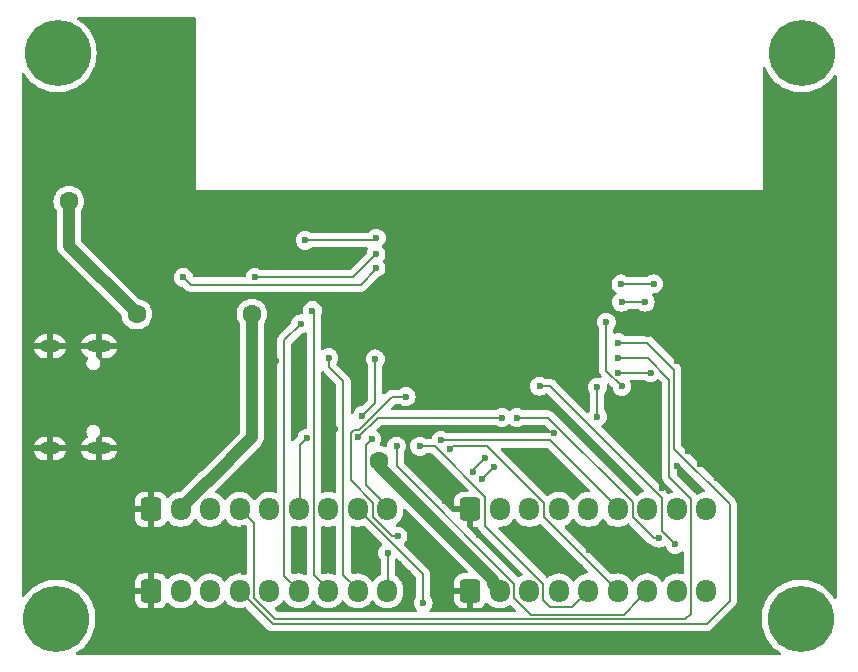
<source format=gbr>
%TF.GenerationSoftware,KiCad,Pcbnew,8.0.8*%
%TF.CreationDate,2025-05-21T09:44:21+02:00*%
%TF.ProjectId,Buttons_Displays_ESP32,42757474-6f6e-4735-9f44-6973706c6179,rev?*%
%TF.SameCoordinates,Original*%
%TF.FileFunction,Copper,L2,Bot*%
%TF.FilePolarity,Positive*%
%FSLAX46Y46*%
G04 Gerber Fmt 4.6, Leading zero omitted, Abs format (unit mm)*
G04 Created by KiCad (PCBNEW 8.0.8) date 2025-05-21 09:44:21*
%MOMM*%
%LPD*%
G01*
G04 APERTURE LIST*
G04 Aperture macros list*
%AMRoundRect*
0 Rectangle with rounded corners*
0 $1 Rounding radius*
0 $2 $3 $4 $5 $6 $7 $8 $9 X,Y pos of 4 corners*
0 Add a 4 corners polygon primitive as box body*
4,1,4,$2,$3,$4,$5,$6,$7,$8,$9,$2,$3,0*
0 Add four circle primitives for the rounded corners*
1,1,$1+$1,$2,$3*
1,1,$1+$1,$4,$5*
1,1,$1+$1,$6,$7*
1,1,$1+$1,$8,$9*
0 Add four rect primitives between the rounded corners*
20,1,$1+$1,$2,$3,$4,$5,0*
20,1,$1+$1,$4,$5,$6,$7,0*
20,1,$1+$1,$6,$7,$8,$9,0*
20,1,$1+$1,$8,$9,$2,$3,0*%
G04 Aperture macros list end*
%TA.AperFunction,ComponentPad*%
%ADD10RoundRect,0.250000X-0.600000X-0.725000X0.600000X-0.725000X0.600000X0.725000X-0.600000X0.725000X0*%
%TD*%
%TA.AperFunction,ComponentPad*%
%ADD11O,1.700000X1.950000*%
%TD*%
%TA.AperFunction,ComponentPad*%
%ADD12C,5.600000*%
%TD*%
%TA.AperFunction,HeatsinkPad*%
%ADD13C,0.600000*%
%TD*%
%TA.AperFunction,HeatsinkPad*%
%ADD14O,2.100000X1.000000*%
%TD*%
%TA.AperFunction,HeatsinkPad*%
%ADD15O,1.800000X1.000000*%
%TD*%
%TA.AperFunction,ViaPad*%
%ADD16C,0.600000*%
%TD*%
%TA.AperFunction,ViaPad*%
%ADD17C,1.600000*%
%TD*%
%TA.AperFunction,Conductor*%
%ADD18C,1.000000*%
%TD*%
%TA.AperFunction,Conductor*%
%ADD19C,0.200000*%
%TD*%
G04 APERTURE END LIST*
D10*
%TO.P,J3,1,Pin_1*%
%TO.N,GND*%
X108710000Y-91840000D03*
D11*
%TO.P,J3,2,Pin_2*%
%TO.N,+3.3V*%
X111210000Y-91840000D03*
%TO.P,J3,3,Pin_3*%
%TO.N,SCLK*%
X113710000Y-91840000D03*
%TO.P,J3,4,Pin_4*%
%TO.N,RES3*%
X116210000Y-91840000D03*
%TO.P,J3,5,Pin_5*%
%TO.N,DC3*%
X118710000Y-91840000D03*
%TO.P,J3,6,Pin_6*%
%TO.N,CS{slash}SS3*%
X121210000Y-91840000D03*
%TO.P,J3,7,Pin_7*%
%TO.N,GPIO5*%
X123710000Y-91840000D03*
%TO.P,J3,8,Pin_8*%
%TO.N,GPIO6*%
X126210000Y-91840000D03*
%TO.P,J3,9,Pin_9*%
%TO.N,VIB3*%
X128710000Y-91840000D03*
%TD*%
D10*
%TO.P,J4,1,Pin_1*%
%TO.N,GND*%
X108710000Y-98740000D03*
D11*
%TO.P,J4,2,Pin_2*%
%TO.N,+3.3V*%
X111210000Y-98740000D03*
%TO.P,J4,3,Pin_3*%
%TO.N,SCLK*%
X113710000Y-98740000D03*
%TO.P,J4,4,Pin_4*%
%TO.N,RES4*%
X116210000Y-98740000D03*
%TO.P,J4,5,Pin_5*%
%TO.N,DC4*%
X118710000Y-98740000D03*
%TO.P,J4,6,Pin_6*%
%TO.N,CS{slash}SS4*%
X121210000Y-98740000D03*
%TO.P,J4,7,Pin_7*%
%TO.N,GPIO7*%
X123710000Y-98740000D03*
%TO.P,J4,8,Pin_8*%
%TO.N,GPIO8*%
X126210000Y-98740000D03*
%TO.P,J4,9,Pin_9*%
%TO.N,VIB4*%
X128710000Y-98740000D03*
%TD*%
D12*
%TO.P,REF\u002A\u002A,1*%
%TO.N,N/C*%
X163700000Y-101100000D03*
%TD*%
D10*
%TO.P,J2,1,Pin_1*%
%TO.N,GND*%
X135730000Y-98740000D03*
D11*
%TO.P,J2,2,Pin_2*%
%TO.N,+3.3V*%
X138230000Y-98740000D03*
%TO.P,J2,3,Pin_3*%
%TO.N,SCLK*%
X140730000Y-98740000D03*
%TO.P,J2,4,Pin_4*%
%TO.N,RES2*%
X143230000Y-98740000D03*
%TO.P,J2,5,Pin_5*%
%TO.N,DC2*%
X145730000Y-98740000D03*
%TO.P,J2,6,Pin_6*%
%TO.N,CS{slash}SS2*%
X148230000Y-98740000D03*
%TO.P,J2,7,Pin_7*%
%TO.N,GPIO3*%
X150730000Y-98740000D03*
%TO.P,J2,8,Pin_8*%
%TO.N,GPIO4*%
X153230000Y-98740000D03*
%TO.P,J2,9,Pin_9*%
%TO.N,VIB2*%
X155730000Y-98740000D03*
%TD*%
D12*
%TO.P,REF\u002A\u002A,1*%
%TO.N,N/C*%
X163800000Y-53200000D03*
%TD*%
%TO.P,REF\u002A\u002A,1*%
%TO.N,N/C*%
X100800000Y-53200000D03*
%TD*%
D13*
%TO.P,U1,41,GND*%
%TO.N,GND*%
X133600000Y-73320000D03*
X133600000Y-74720000D03*
X134300000Y-72620000D03*
X134300000Y-74020000D03*
X134300000Y-75420000D03*
X135000000Y-73320000D03*
X135000000Y-74720000D03*
X135700000Y-72620000D03*
X135700000Y-74020000D03*
X135700000Y-75420000D03*
X136400000Y-73320000D03*
X136400000Y-74720000D03*
%TD*%
D12*
%TO.P,REF\u002A\u002A,1*%
%TO.N,N/C*%
X100700000Y-101100000D03*
%TD*%
D10*
%TO.P,J1,1,Pin_1*%
%TO.N,GND*%
X135730000Y-91840000D03*
D11*
%TO.P,J1,2,Pin_2*%
%TO.N,+3.3V*%
X138230000Y-91840000D03*
%TO.P,J1,3,Pin_3*%
%TO.N,SCLK*%
X140730000Y-91840000D03*
%TO.P,J1,4,Pin_4*%
%TO.N,RES1*%
X143230000Y-91840000D03*
%TO.P,J1,5,Pin_5*%
%TO.N,DC1*%
X145730000Y-91840000D03*
%TO.P,J1,6,Pin_6*%
%TO.N,CS{slash}SS1*%
X148230000Y-91840000D03*
%TO.P,J1,7,Pin_7*%
%TO.N,GPIO1*%
X150730000Y-91840000D03*
%TO.P,J1,8,Pin_8*%
%TO.N,GPIO2*%
X153230000Y-91840000D03*
%TO.P,J1,9,Pin_9*%
%TO.N,VIB1*%
X155730000Y-91840000D03*
%TD*%
D14*
%TO.P,J6,S1,SHIELD*%
%TO.N,GND*%
X104315000Y-78030000D03*
D15*
X100135000Y-78030000D03*
D14*
X104315000Y-86670000D03*
D15*
X100135000Y-86670000D03*
%TD*%
D16*
%TO.N,GND*%
X106200000Y-53950000D03*
X153250000Y-88150000D03*
X154250000Y-89250000D03*
D17*
%TO.N,+3.3V*%
X101750000Y-65750000D03*
X117250000Y-75300000D03*
X107500000Y-75300000D03*
X128000000Y-87750000D03*
D16*
%TO.N,GND*%
X123500000Y-84500000D03*
X113000000Y-80000000D03*
X109250000Y-80750000D03*
X152000000Y-90000000D03*
X130500000Y-94750000D03*
X109250000Y-78000000D03*
X123750000Y-96500000D03*
X154860000Y-77780000D03*
X100420000Y-64660000D03*
X156600000Y-89200000D03*
X153250000Y-77750000D03*
X148500000Y-95250000D03*
X107500000Y-78000000D03*
X113750000Y-85750000D03*
X120000000Y-76000000D03*
X115000000Y-84750000D03*
X99960000Y-70430000D03*
X102460000Y-72930000D03*
X133600000Y-91100000D03*
X99960000Y-72930000D03*
X149750000Y-96500000D03*
X147250000Y-94000000D03*
X140250000Y-88000000D03*
X111510000Y-68190000D03*
X115750000Y-81750000D03*
X143000000Y-97000000D03*
X114600000Y-97100000D03*
X110000000Y-83000000D03*
X155200000Y-88000000D03*
X116510000Y-70690000D03*
X141750000Y-93750000D03*
X154200000Y-86900000D03*
X123750000Y-94250000D03*
X98970000Y-68940000D03*
X141500000Y-95750000D03*
X112750000Y-85750000D03*
X151750000Y-83500000D03*
X130500000Y-97250000D03*
X111250000Y-78000000D03*
X110500000Y-87250000D03*
X133500000Y-95750000D03*
X142750000Y-94750000D03*
X133250000Y-97000000D03*
X119000000Y-84500000D03*
X114010000Y-68190000D03*
X108500000Y-83000000D03*
X113000000Y-78000000D03*
X125750000Y-77500000D03*
X115260000Y-69440000D03*
X157360000Y-80280000D03*
X129700000Y-96500000D03*
X151100000Y-88200000D03*
X123500000Y-77500000D03*
X126500000Y-96500000D03*
X144750000Y-94000000D03*
X132500000Y-94500000D03*
X112510000Y-69440000D03*
X150750000Y-75500000D03*
X99160000Y-82090000D03*
X150750000Y-77000000D03*
X121250000Y-78000000D03*
X114010000Y-70690000D03*
X153250000Y-79250000D03*
X158610000Y-79030000D03*
X101210000Y-71680000D03*
X124300000Y-85000000D03*
X135000000Y-97000000D03*
X98460000Y-71680000D03*
X145750000Y-95250000D03*
X150750000Y-81750000D03*
X130500000Y-99300000D03*
X99170000Y-63410000D03*
X106750000Y-83000000D03*
X119250000Y-79250000D03*
X115000000Y-86250000D03*
X155860000Y-79030000D03*
X121200000Y-84700000D03*
X98160000Y-80840000D03*
X111750000Y-81750000D03*
X115000000Y-80000000D03*
X150750000Y-83500000D03*
X115700000Y-95200000D03*
X100660000Y-83340000D03*
X136500000Y-94000000D03*
X121000000Y-93500000D03*
X115000000Y-83500000D03*
X142250000Y-88500000D03*
X115000000Y-78000000D03*
X114700000Y-93400000D03*
X141500000Y-87000000D03*
X145000000Y-96750000D03*
X116600000Y-97100000D03*
X147250000Y-96500000D03*
X116600000Y-93400000D03*
X159860000Y-80280000D03*
X144000000Y-95750000D03*
X100660000Y-80840000D03*
X101910000Y-82090000D03*
X142000000Y-90000000D03*
X157360000Y-77780000D03*
X105770000Y-91580000D03*
X142800000Y-85400000D03*
X121500000Y-96500000D03*
%TO.N,RES1*%
X146500000Y-84000000D03*
X146500000Y-81500000D03*
%TO.N,scl*%
X117500000Y-72200000D03*
X127750000Y-70250000D03*
%TO.N,sda*%
X127750000Y-71380000D03*
X111450000Y-72200000D03*
%TO.N,reset*%
X127780000Y-68880000D03*
X121750000Y-69050000D03*
%TO.N,CS{slash}SS1*%
X133250000Y-86000000D03*
%TO.N,GPIO5*%
X150539743Y-74291208D03*
X148541208Y-74291208D03*
%TO.N,GPIO8*%
X123750000Y-79000000D03*
%TO.N,DC4*%
X136750000Y-89250000D03*
X137750000Y-88250000D03*
%TO.N,RES2*%
X151000000Y-80250000D03*
X148250000Y-80250000D03*
%TO.N,GPIO6*%
X151250000Y-72750000D03*
X148500000Y-72750000D03*
X131750000Y-99750000D03*
%TO.N,CS{slash}SS2*%
X134000000Y-86750000D03*
%TO.N,CS{slash}SS3*%
X126250000Y-85750000D03*
X138405000Y-84060000D03*
X121900000Y-85800000D03*
%TO.N,CS{slash}SS4*%
X121375000Y-76125000D03*
%TO.N,GPIO3*%
X129500000Y-86500000D03*
%TO.N,RES3*%
X148250000Y-79000000D03*
%TO.N,GPIO7*%
X122375000Y-75000000D03*
%TO.N,DC2*%
X131450003Y-86500000D03*
%TO.N,GPIO4*%
X147250000Y-76000000D03*
X148575736Y-81424264D03*
%TO.N,DC3*%
X135967159Y-88661158D03*
X137000000Y-87500000D03*
%TO.N,RES4*%
X148250000Y-77730000D03*
%TO.N,VIB2*%
X153100000Y-94800000D03*
X141600000Y-81400000D03*
%TO.N,VIB1*%
X139675000Y-84060000D03*
X151721827Y-94278173D03*
%TO.N,VIB3*%
X126600000Y-83900000D03*
X127700000Y-79100000D03*
X127400000Y-85900000D03*
%TO.N,VIB4*%
X129611203Y-94100000D03*
X130300000Y-82300000D03*
X128750000Y-95500000D03*
%TD*%
D18*
%TO.N,+3.3V*%
X137650000Y-98150000D02*
X138250000Y-98750000D01*
X117250000Y-85750000D02*
X113500000Y-89500000D01*
X128000000Y-88130000D02*
X137650000Y-97780000D01*
X101750000Y-65750000D02*
X101750000Y-69500000D01*
X101750000Y-69500000D02*
X107500000Y-75250000D01*
X113500000Y-89500000D02*
X113430000Y-89500000D01*
X113430000Y-89500000D02*
X111140000Y-91790000D01*
X128000000Y-87750000D02*
X128000000Y-88130000D01*
X137650000Y-97780000D02*
X137650000Y-98150000D01*
X117250000Y-75500000D02*
X117250000Y-85750000D01*
D19*
%TO.N,GND*%
X135730000Y-91840000D02*
X135730000Y-93230000D01*
X135730000Y-93230000D02*
X136500000Y-94000000D01*
%TO.N,RES1*%
X146500000Y-84000000D02*
X146500000Y-81500000D01*
%TO.N,scl*%
X125800000Y-72200000D02*
X127750000Y-70250000D01*
X117500000Y-72200000D02*
X125800000Y-72200000D01*
%TO.N,sda*%
X126450000Y-72800000D02*
X127750000Y-71500000D01*
X112050000Y-72800000D02*
X126450000Y-72800000D01*
X111450000Y-72200000D02*
X112050000Y-72800000D01*
%TO.N,reset*%
X127610000Y-69050000D02*
X127780000Y-68880000D01*
X121750000Y-69050000D02*
X127610000Y-69050000D01*
%TO.N,CS{slash}SS1*%
X142500000Y-86000000D02*
X148250000Y-91750000D01*
X133250000Y-86000000D02*
X142500000Y-86000000D01*
%TO.N,GPIO5*%
X148541208Y-74291208D02*
X150539743Y-74291208D01*
%TO.N,GPIO8*%
X125000000Y-97390000D02*
X126380000Y-98770000D01*
X123750000Y-79750000D02*
X125000000Y-81000000D01*
X123750000Y-79000000D02*
X123750000Y-79750000D01*
X125000000Y-81000000D02*
X125000000Y-97390000D01*
%TO.N,DC4*%
X136750000Y-89250000D02*
X137750000Y-88250000D01*
%TO.N,RES2*%
X151000000Y-80250000D02*
X148250000Y-80250000D01*
%TO.N,GPIO6*%
X151250000Y-72750000D02*
X148500000Y-72750000D01*
X131750000Y-97330000D02*
X131750000Y-99750000D01*
X126380000Y-91960000D02*
X131750000Y-97330000D01*
X126380000Y-91790000D02*
X126380000Y-91960000D01*
%TO.N,CS{slash}SS2*%
X134000000Y-86750000D02*
X134250000Y-86500000D01*
X137170000Y-86500000D02*
X141970000Y-91300000D01*
X141970000Y-92470000D02*
X148250000Y-98750000D01*
X141970000Y-91300000D02*
X141970000Y-92470000D01*
X134250000Y-86500000D02*
X137170000Y-86500000D01*
%TO.N,CS{slash}SS3*%
X121300000Y-86400000D02*
X121300000Y-91790000D01*
X121900000Y-85800000D02*
X121300000Y-86400000D01*
X138405000Y-84060000D02*
X127940000Y-84060000D01*
X127940000Y-84060000D02*
X126250000Y-85750000D01*
%TO.N,CS{slash}SS4*%
X121375000Y-76125000D02*
X119990000Y-77510000D01*
X119990000Y-97460000D02*
X121300000Y-98770000D01*
X121375000Y-76125000D02*
X121500000Y-76000000D01*
X119990000Y-77510000D02*
X119990000Y-97460000D01*
%TO.N,GPIO3*%
X150730000Y-98770000D02*
X150860000Y-98770000D01*
X148750000Y-100750000D02*
X140860000Y-100750000D01*
X139480000Y-99370000D02*
X139480000Y-98139009D01*
X139480000Y-98139009D02*
X129500000Y-88159009D01*
X150750000Y-98750000D02*
X150050000Y-99450000D01*
X140860000Y-100750000D02*
X139480000Y-99370000D01*
X150050000Y-99450000D02*
X148750000Y-100750000D01*
X129500000Y-88159009D02*
X129500000Y-86500000D01*
X150050000Y-99450000D02*
X150730000Y-98770000D01*
%TO.N,RES3*%
X152600000Y-80850000D02*
X150750000Y-79000000D01*
X153950000Y-101150000D02*
X154440000Y-100660000D01*
X117440000Y-99380000D02*
X119210000Y-101150000D01*
X154440000Y-90960190D02*
X152600000Y-89120190D01*
X150750000Y-79000000D02*
X148250000Y-79000000D01*
X119210000Y-101150000D02*
X153950000Y-101150000D01*
X152600000Y-89120190D02*
X152600000Y-80850000D01*
X117440000Y-93010000D02*
X117440000Y-99380000D01*
X116220000Y-91790000D02*
X117440000Y-93010000D01*
X154440000Y-100660000D02*
X154440000Y-90960190D01*
%TO.N,GPIO7*%
X122500000Y-97430000D02*
X122500000Y-75125000D01*
X123840000Y-98770000D02*
X122500000Y-97430000D01*
X122500000Y-75125000D02*
X122375000Y-75000000D01*
%TO.N,DC2*%
X132750000Y-86500000D02*
X137000000Y-90750000D01*
X141930000Y-99530000D02*
X142510000Y-100110000D01*
X142510000Y-100110000D02*
X144390000Y-100110000D01*
X144390000Y-100110000D02*
X145050000Y-99450000D01*
X145100000Y-99450000D02*
X145780000Y-98770000D01*
X137000000Y-93250000D02*
X141930000Y-98180000D01*
X145050000Y-99450000D02*
X145750000Y-98750000D01*
X141930000Y-98180000D02*
X141930000Y-99530000D01*
X131450003Y-86500000D02*
X132750000Y-86500000D01*
X145050000Y-99450000D02*
X145100000Y-99450000D01*
X137000000Y-90750000D02*
X137000000Y-93250000D01*
%TO.N,GPIO4*%
X147250000Y-76000000D02*
X147250000Y-80098529D01*
X147250001Y-80098529D02*
X148575736Y-81424264D01*
X147250000Y-80098529D02*
X147250001Y-80098529D01*
%TO.N,DC3*%
X137000000Y-87500000D02*
X136000000Y-88500000D01*
X118750000Y-91750000D02*
X119250000Y-92250000D01*
%TO.N,RES4*%
X157700000Y-91400000D02*
X153000000Y-86700000D01*
X119000000Y-101550000D02*
X155750000Y-101550000D01*
X155750000Y-101550000D02*
X157700000Y-99600000D01*
X157700000Y-99600000D02*
X157700000Y-91400000D01*
X153000000Y-86700000D02*
X153000000Y-80016747D01*
X116220000Y-98770000D02*
X119000000Y-101550000D01*
X153000000Y-80016747D02*
X150713253Y-77730000D01*
X150713253Y-77730000D02*
X148250000Y-77730000D01*
%TO.N,VIB2*%
X152000000Y-90900000D02*
X152000000Y-93700000D01*
X152000000Y-93700000D02*
X153100000Y-94800000D01*
X141600000Y-81400000D02*
X142500000Y-81400000D01*
X142500000Y-81400000D02*
X152000000Y-90900000D01*
%TO.N,VIB1*%
X142308529Y-84060000D02*
X149490000Y-91241471D01*
X139675000Y-84060000D02*
X142308529Y-84060000D01*
X149490000Y-91241471D02*
X149490000Y-92481733D01*
X149490000Y-92481733D02*
X151286440Y-94278173D01*
X151286440Y-94278173D02*
X151721827Y-94278173D01*
%TO.N,VIB3*%
X126900000Y-89770000D02*
X126900000Y-86400000D01*
X126900000Y-86400000D02*
X127400000Y-85900000D01*
X126600000Y-83900000D02*
X127700000Y-82800000D01*
X127700000Y-82800000D02*
X127700000Y-79100000D01*
X128920000Y-91790000D02*
X126900000Y-89770000D01*
%TO.N,VIB4*%
X127500000Y-91283654D02*
X127500000Y-92500000D01*
X125600000Y-85400000D02*
X125600000Y-89383654D01*
X129134314Y-82300000D02*
X126334314Y-85100000D01*
X128750000Y-95500000D02*
X128750000Y-98600000D01*
X125900000Y-85100000D02*
X125600000Y-85400000D01*
X129100000Y-94100000D02*
X129600000Y-94100000D01*
X125600000Y-89383654D02*
X127500000Y-91283654D01*
X126334314Y-85100000D02*
X125900000Y-85100000D01*
X127500000Y-92500000D02*
X129100000Y-94100000D01*
X128750000Y-98600000D02*
X128920000Y-98770000D01*
X130300000Y-82300000D02*
X129134314Y-82300000D01*
%TD*%
%TA.AperFunction,Conductor*%
%TO.N,GND*%
G36*
X129563652Y-95992887D02*
G01*
X131113181Y-97542416D01*
X131146666Y-97603739D01*
X131149500Y-97630097D01*
X131149500Y-99167587D01*
X131129815Y-99234626D01*
X131122450Y-99244896D01*
X131120186Y-99247734D01*
X131024211Y-99400476D01*
X130964631Y-99570745D01*
X130964630Y-99570750D01*
X130944435Y-99749996D01*
X130944435Y-99750003D01*
X130964630Y-99929249D01*
X130964631Y-99929254D01*
X131024211Y-100099523D01*
X131120184Y-100252262D01*
X131205741Y-100337819D01*
X131239226Y-100399142D01*
X131234242Y-100468834D01*
X131192370Y-100524767D01*
X131126906Y-100549184D01*
X131118060Y-100549500D01*
X119510097Y-100549500D01*
X119443058Y-100529815D01*
X119422416Y-100513181D01*
X119214867Y-100305632D01*
X119181382Y-100244309D01*
X119186366Y-100174617D01*
X119228238Y-100118684D01*
X119246247Y-100107469D01*
X119417816Y-100020051D01*
X119494849Y-99964084D01*
X119589786Y-99895109D01*
X119589788Y-99895106D01*
X119589792Y-99895104D01*
X119740104Y-99744792D01*
X119859683Y-99580204D01*
X119915011Y-99537540D01*
X119984624Y-99531561D01*
X120046420Y-99564166D01*
X120060313Y-99580199D01*
X120134119Y-99681785D01*
X120179896Y-99744792D01*
X120330213Y-99895109D01*
X120502179Y-100020048D01*
X120502181Y-100020049D01*
X120502184Y-100020051D01*
X120691588Y-100116557D01*
X120893757Y-100182246D01*
X121103713Y-100215500D01*
X121103714Y-100215500D01*
X121316286Y-100215500D01*
X121316287Y-100215500D01*
X121526243Y-100182246D01*
X121728412Y-100116557D01*
X121917816Y-100020051D01*
X121994849Y-99964084D01*
X122089786Y-99895109D01*
X122089788Y-99895106D01*
X122089792Y-99895104D01*
X122240104Y-99744792D01*
X122359683Y-99580204D01*
X122415011Y-99537540D01*
X122484624Y-99531561D01*
X122546420Y-99564166D01*
X122560313Y-99580199D01*
X122634119Y-99681785D01*
X122679896Y-99744792D01*
X122830213Y-99895109D01*
X123002179Y-100020048D01*
X123002181Y-100020049D01*
X123002184Y-100020051D01*
X123191588Y-100116557D01*
X123393757Y-100182246D01*
X123603713Y-100215500D01*
X123603714Y-100215500D01*
X123816286Y-100215500D01*
X123816287Y-100215500D01*
X124026243Y-100182246D01*
X124228412Y-100116557D01*
X124417816Y-100020051D01*
X124494849Y-99964084D01*
X124589786Y-99895109D01*
X124589788Y-99895106D01*
X124589792Y-99895104D01*
X124740104Y-99744792D01*
X124859683Y-99580204D01*
X124915011Y-99537540D01*
X124984624Y-99531561D01*
X125046420Y-99564166D01*
X125060313Y-99580199D01*
X125134119Y-99681785D01*
X125179896Y-99744792D01*
X125330213Y-99895109D01*
X125502179Y-100020048D01*
X125502181Y-100020049D01*
X125502184Y-100020051D01*
X125691588Y-100116557D01*
X125893757Y-100182246D01*
X126103713Y-100215500D01*
X126103714Y-100215500D01*
X126316286Y-100215500D01*
X126316287Y-100215500D01*
X126526243Y-100182246D01*
X126728412Y-100116557D01*
X126917816Y-100020051D01*
X126994849Y-99964084D01*
X127089786Y-99895109D01*
X127089788Y-99895106D01*
X127089792Y-99895104D01*
X127240104Y-99744792D01*
X127359683Y-99580204D01*
X127415011Y-99537540D01*
X127484624Y-99531561D01*
X127546420Y-99564166D01*
X127560313Y-99580199D01*
X127634119Y-99681785D01*
X127679896Y-99744792D01*
X127830213Y-99895109D01*
X128002179Y-100020048D01*
X128002181Y-100020049D01*
X128002184Y-100020051D01*
X128191588Y-100116557D01*
X128393757Y-100182246D01*
X128603713Y-100215500D01*
X128603714Y-100215500D01*
X128816286Y-100215500D01*
X128816287Y-100215500D01*
X129026243Y-100182246D01*
X129228412Y-100116557D01*
X129417816Y-100020051D01*
X129494849Y-99964084D01*
X129589786Y-99895109D01*
X129589788Y-99895106D01*
X129589792Y-99895104D01*
X129740104Y-99744792D01*
X129740106Y-99744788D01*
X129740109Y-99744786D01*
X129865048Y-99572820D01*
X129865047Y-99572820D01*
X129865051Y-99572816D01*
X129961557Y-99383412D01*
X130027246Y-99181243D01*
X130060500Y-98971287D01*
X130060500Y-98508713D01*
X130027246Y-98298757D01*
X129961557Y-98096588D01*
X129865051Y-97907184D01*
X129865049Y-97907181D01*
X129865048Y-97907179D01*
X129740109Y-97735213D01*
X129589786Y-97584890D01*
X129417815Y-97459948D01*
X129413664Y-97457404D01*
X129414262Y-97456426D01*
X129367405Y-97412165D01*
X129350500Y-97349662D01*
X129350500Y-96082413D01*
X129370185Y-96015374D01*
X129377544Y-96005111D01*
X129379015Y-96003266D01*
X129436199Y-95963119D01*
X129506010Y-95960262D01*
X129563652Y-95992887D01*
G37*
%TD.AperFunction*%
%TA.AperFunction,Conductor*%
G36*
X130265703Y-91811069D02*
G01*
X130272181Y-91817101D01*
X135508399Y-97053319D01*
X135541884Y-97114642D01*
X135536900Y-97184334D01*
X135495028Y-97240267D01*
X135429564Y-97264684D01*
X135420718Y-97265000D01*
X135080029Y-97265000D01*
X135080012Y-97265001D01*
X134977302Y-97275494D01*
X134810880Y-97330641D01*
X134810875Y-97330643D01*
X134661654Y-97422684D01*
X134537684Y-97546654D01*
X134445643Y-97695875D01*
X134445641Y-97695880D01*
X134390494Y-97862302D01*
X134390493Y-97862309D01*
X134380000Y-97965013D01*
X134380000Y-98490000D01*
X135325854Y-98490000D01*
X135287370Y-98556657D01*
X135255000Y-98677465D01*
X135255000Y-98802535D01*
X135287370Y-98923343D01*
X135325854Y-98990000D01*
X134380001Y-98990000D01*
X134380001Y-99514986D01*
X134390494Y-99617697D01*
X134445641Y-99784119D01*
X134445643Y-99784124D01*
X134537684Y-99933345D01*
X134661654Y-100057315D01*
X134810875Y-100149356D01*
X134810880Y-100149358D01*
X134977302Y-100204505D01*
X134977309Y-100204506D01*
X135080019Y-100214999D01*
X135479999Y-100214999D01*
X135480000Y-100214998D01*
X135480000Y-99144145D01*
X135546657Y-99182630D01*
X135667465Y-99215000D01*
X135792535Y-99215000D01*
X135913343Y-99182630D01*
X135980000Y-99144145D01*
X135980000Y-100214999D01*
X136379972Y-100214999D01*
X136379986Y-100214998D01*
X136482697Y-100204505D01*
X136649119Y-100149358D01*
X136649124Y-100149356D01*
X136798345Y-100057315D01*
X136922317Y-99933343D01*
X137017815Y-99778516D01*
X137069763Y-99731791D01*
X137138725Y-99720568D01*
X137202808Y-99748412D01*
X137211035Y-99755931D01*
X137350213Y-99895109D01*
X137522179Y-100020048D01*
X137522181Y-100020049D01*
X137522184Y-100020051D01*
X137711588Y-100116557D01*
X137913757Y-100182246D01*
X138123713Y-100215500D01*
X138123714Y-100215500D01*
X138336286Y-100215500D01*
X138336287Y-100215500D01*
X138546243Y-100182246D01*
X138748412Y-100116557D01*
X138937816Y-100020051D01*
X139050800Y-99937964D01*
X139116606Y-99914484D01*
X139184660Y-99930309D01*
X139211366Y-99950601D01*
X139598583Y-100337819D01*
X139632068Y-100399142D01*
X139627084Y-100468834D01*
X139585212Y-100524767D01*
X139519748Y-100549184D01*
X139510902Y-100549500D01*
X132381940Y-100549500D01*
X132314901Y-100529815D01*
X132269146Y-100477011D01*
X132259202Y-100407853D01*
X132288227Y-100344297D01*
X132294259Y-100337819D01*
X132326446Y-100305632D01*
X132379816Y-100252262D01*
X132475789Y-100099522D01*
X132535368Y-99929255D01*
X132535827Y-99925181D01*
X132555565Y-99750003D01*
X132555565Y-99749996D01*
X132535369Y-99570750D01*
X132535368Y-99570745D01*
X132521657Y-99531561D01*
X132475789Y-99400478D01*
X132472926Y-99395922D01*
X132442645Y-99347730D01*
X132379816Y-99247738D01*
X132379814Y-99247736D01*
X132379813Y-99247734D01*
X132377550Y-99244896D01*
X132376659Y-99242715D01*
X132376111Y-99241842D01*
X132376264Y-99241745D01*
X132351144Y-99180209D01*
X132350500Y-99167587D01*
X132350500Y-97419059D01*
X132350501Y-97419046D01*
X132350501Y-97250945D01*
X132350501Y-97250943D01*
X132309577Y-97098215D01*
X132280639Y-97048095D01*
X132230520Y-96961284D01*
X132118716Y-96849480D01*
X132118715Y-96849479D01*
X132114385Y-96845149D01*
X132114374Y-96845139D01*
X130143939Y-94874704D01*
X130110454Y-94813381D01*
X130115438Y-94743689D01*
X130143939Y-94699342D01*
X130156933Y-94686348D01*
X130241019Y-94602262D01*
X130336992Y-94449522D01*
X130396571Y-94279255D01*
X130405981Y-94195741D01*
X130416768Y-94100003D01*
X130416768Y-94099996D01*
X130396572Y-93920750D01*
X130396571Y-93920745D01*
X130336991Y-93750476D01*
X130241018Y-93597737D01*
X130113465Y-93470184D01*
X129960726Y-93374211D01*
X129790457Y-93314631D01*
X129790452Y-93314630D01*
X129611207Y-93294435D01*
X129611199Y-93294435D01*
X129565089Y-93299630D01*
X129496267Y-93287575D01*
X129444888Y-93240226D01*
X129427264Y-93172615D01*
X129448991Y-93106210D01*
X129478318Y-93076093D01*
X129589792Y-92995104D01*
X129740104Y-92844792D01*
X129740106Y-92844788D01*
X129740109Y-92844786D01*
X129865048Y-92672820D01*
X129865047Y-92672820D01*
X129865051Y-92672816D01*
X129961557Y-92483412D01*
X130027246Y-92281243D01*
X130060500Y-92071287D01*
X130060500Y-91904782D01*
X130080185Y-91837743D01*
X130132989Y-91791988D01*
X130202147Y-91782044D01*
X130265703Y-91811069D01*
G37*
%TD.AperFunction*%
%TA.AperFunction,Conductor*%
G36*
X126826606Y-93255841D02*
G01*
X128257113Y-94686348D01*
X128290598Y-94747671D01*
X128285614Y-94817363D01*
X128251635Y-94864233D01*
X128252662Y-94865260D01*
X128120184Y-94997737D01*
X128024211Y-95150476D01*
X127964631Y-95320745D01*
X127964630Y-95320750D01*
X127944435Y-95499996D01*
X127944435Y-95500003D01*
X127964630Y-95679249D01*
X127964631Y-95679254D01*
X128024211Y-95849523D01*
X128045627Y-95883606D01*
X128114293Y-95992887D01*
X128120185Y-96002263D01*
X128122445Y-96005097D01*
X128123334Y-96007275D01*
X128123889Y-96008158D01*
X128123734Y-96008255D01*
X128148855Y-96069783D01*
X128149500Y-96082412D01*
X128149500Y-97308899D01*
X128129815Y-97375938D01*
X128081796Y-97419383D01*
X128002182Y-97459949D01*
X127830213Y-97584890D01*
X127679894Y-97735209D01*
X127679890Y-97735214D01*
X127560318Y-97899793D01*
X127504989Y-97942459D01*
X127435375Y-97948438D01*
X127373580Y-97915833D01*
X127359682Y-97899793D01*
X127240109Y-97735214D01*
X127240105Y-97735209D01*
X127089786Y-97584890D01*
X126917820Y-97459951D01*
X126728414Y-97363444D01*
X126728413Y-97363443D01*
X126728412Y-97363443D01*
X126526243Y-97297754D01*
X126526241Y-97297753D01*
X126526240Y-97297753D01*
X126364957Y-97272208D01*
X126316287Y-97264500D01*
X126103713Y-97264500D01*
X126034306Y-97275493D01*
X125893755Y-97297754D01*
X125862797Y-97307813D01*
X125792955Y-97309808D01*
X125736800Y-97277564D01*
X125636817Y-97177581D01*
X125603334Y-97116259D01*
X125600500Y-97089902D01*
X125600500Y-93357631D01*
X125620185Y-93290592D01*
X125672989Y-93244837D01*
X125742147Y-93234893D01*
X125762803Y-93239696D01*
X125893757Y-93282246D01*
X126103713Y-93315500D01*
X126103714Y-93315500D01*
X126316286Y-93315500D01*
X126316287Y-93315500D01*
X126526243Y-93282246D01*
X126700608Y-93225590D01*
X126770448Y-93223596D01*
X126826606Y-93255841D01*
G37*
%TD.AperFunction*%
%TA.AperFunction,Conductor*%
G36*
X139566420Y-92664166D02*
G01*
X139580313Y-92680199D01*
X139637772Y-92759285D01*
X139699896Y-92844792D01*
X139850213Y-92995109D01*
X140022179Y-93120048D01*
X140022181Y-93120049D01*
X140022184Y-93120051D01*
X140211588Y-93216557D01*
X140413757Y-93282246D01*
X140623713Y-93315500D01*
X140623714Y-93315500D01*
X140836286Y-93315500D01*
X140836287Y-93315500D01*
X141046243Y-93282246D01*
X141248412Y-93216557D01*
X141437816Y-93120051D01*
X141545008Y-93042171D01*
X141610814Y-93018692D01*
X141678868Y-93034517D01*
X141705574Y-93054809D01*
X145703798Y-97053033D01*
X145737283Y-97114356D01*
X145732299Y-97184048D01*
X145690427Y-97239981D01*
X145628463Y-97263349D01*
X145628525Y-97263738D01*
X145626643Y-97264036D01*
X145625861Y-97264331D01*
X145623710Y-97264500D01*
X145413760Y-97297753D01*
X145413757Y-97297754D01*
X145216679Y-97361789D01*
X145211585Y-97363444D01*
X145022179Y-97459951D01*
X144850213Y-97584890D01*
X144699894Y-97735209D01*
X144699890Y-97735214D01*
X144580318Y-97899793D01*
X144524989Y-97942459D01*
X144455375Y-97948438D01*
X144393580Y-97915833D01*
X144379682Y-97899793D01*
X144260109Y-97735214D01*
X144260105Y-97735209D01*
X144109786Y-97584890D01*
X143937820Y-97459951D01*
X143748414Y-97363444D01*
X143748413Y-97363443D01*
X143748412Y-97363443D01*
X143546243Y-97297754D01*
X143546241Y-97297753D01*
X143546240Y-97297753D01*
X143384957Y-97272208D01*
X143336287Y-97264500D01*
X143123713Y-97264500D01*
X143075042Y-97272208D01*
X142913760Y-97297753D01*
X142913757Y-97297754D01*
X142716679Y-97361789D01*
X142711585Y-97363444D01*
X142522180Y-97459951D01*
X142350210Y-97584893D01*
X142347785Y-97586965D01*
X142346676Y-97587461D01*
X142346267Y-97587759D01*
X142346204Y-97587672D01*
X142284020Y-97615529D01*
X142214936Y-97605084D01*
X142179582Y-97580347D01*
X138126416Y-93527181D01*
X138092931Y-93465858D01*
X138097915Y-93396166D01*
X138139787Y-93340233D01*
X138205251Y-93315816D01*
X138214097Y-93315500D01*
X138336286Y-93315500D01*
X138336287Y-93315500D01*
X138546243Y-93282246D01*
X138748412Y-93216557D01*
X138937816Y-93120051D01*
X139032403Y-93051330D01*
X139109786Y-92995109D01*
X139109788Y-92995106D01*
X139109792Y-92995104D01*
X139260104Y-92844792D01*
X139379683Y-92680204D01*
X139435011Y-92637540D01*
X139504624Y-92631561D01*
X139566420Y-92664166D01*
G37*
%TD.AperFunction*%
%TA.AperFunction,Conductor*%
G36*
X147066420Y-92664166D02*
G01*
X147080313Y-92680199D01*
X147137772Y-92759285D01*
X147199896Y-92844792D01*
X147350213Y-92995109D01*
X147522179Y-93120048D01*
X147522181Y-93120049D01*
X147522184Y-93120051D01*
X147711588Y-93216557D01*
X147913757Y-93282246D01*
X148123713Y-93315500D01*
X148123714Y-93315500D01*
X148336286Y-93315500D01*
X148336287Y-93315500D01*
X148546243Y-93282246D01*
X148748412Y-93216557D01*
X148937816Y-93120051D01*
X149049797Y-93038691D01*
X149115602Y-93015213D01*
X149183656Y-93031038D01*
X149210362Y-93051330D01*
X150801579Y-94642547D01*
X150801589Y-94642558D01*
X150805919Y-94646888D01*
X150805920Y-94646889D01*
X150917724Y-94758693D01*
X150944177Y-94773965D01*
X151004535Y-94808812D01*
X151004537Y-94808814D01*
X151054653Y-94837749D01*
X151054655Y-94837750D01*
X151151885Y-94863802D01*
X151207472Y-94895896D01*
X151219565Y-94907989D01*
X151267203Y-94937922D01*
X151362399Y-94997738D01*
X151372305Y-95003962D01*
X151542572Y-95063541D01*
X151542577Y-95063542D01*
X151721823Y-95083738D01*
X151721827Y-95083738D01*
X151721831Y-95083738D01*
X151901076Y-95063542D01*
X151901079Y-95063541D01*
X151901082Y-95063541D01*
X152071349Y-95003962D01*
X152081255Y-94997738D01*
X152146211Y-94956923D01*
X152213448Y-94937922D01*
X152280283Y-94958289D01*
X152325498Y-95011557D01*
X152329226Y-95020962D01*
X152374210Y-95149521D01*
X152470184Y-95302262D01*
X152597738Y-95429816D01*
X152750478Y-95525789D01*
X152920745Y-95585368D01*
X152920750Y-95585369D01*
X153099996Y-95605565D01*
X153100000Y-95605565D01*
X153100004Y-95605565D01*
X153279249Y-95585369D01*
X153279252Y-95585368D01*
X153279255Y-95585368D01*
X153449522Y-95525789D01*
X153602262Y-95429816D01*
X153627819Y-95404259D01*
X153689142Y-95370774D01*
X153758834Y-95375758D01*
X153814767Y-95417630D01*
X153839184Y-95483094D01*
X153839500Y-95491940D01*
X153839500Y-97222368D01*
X153819815Y-97289407D01*
X153767011Y-97335162D01*
X153697853Y-97345106D01*
X153677182Y-97340299D01*
X153674612Y-97339464D01*
X153546243Y-97297754D01*
X153546240Y-97297753D01*
X153384957Y-97272208D01*
X153336287Y-97264500D01*
X153123713Y-97264500D01*
X153075042Y-97272208D01*
X152913760Y-97297753D01*
X152913757Y-97297754D01*
X152716679Y-97361789D01*
X152711585Y-97363444D01*
X152522179Y-97459951D01*
X152350213Y-97584890D01*
X152199894Y-97735209D01*
X152199890Y-97735214D01*
X152080318Y-97899793D01*
X152024989Y-97942459D01*
X151955375Y-97948438D01*
X151893580Y-97915833D01*
X151879682Y-97899793D01*
X151760109Y-97735214D01*
X151760105Y-97735209D01*
X151609786Y-97584890D01*
X151437820Y-97459951D01*
X151248414Y-97363444D01*
X151248413Y-97363443D01*
X151248412Y-97363443D01*
X151046243Y-97297754D01*
X151046241Y-97297753D01*
X151046240Y-97297753D01*
X150884957Y-97272208D01*
X150836287Y-97264500D01*
X150623713Y-97264500D01*
X150575042Y-97272208D01*
X150413760Y-97297753D01*
X150413757Y-97297754D01*
X150216679Y-97361789D01*
X150211585Y-97363444D01*
X150022179Y-97459951D01*
X149850213Y-97584890D01*
X149699894Y-97735209D01*
X149699890Y-97735214D01*
X149580318Y-97899793D01*
X149524989Y-97942459D01*
X149455375Y-97948438D01*
X149393580Y-97915833D01*
X149379682Y-97899793D01*
X149260109Y-97735214D01*
X149260105Y-97735209D01*
X149109786Y-97584890D01*
X148937820Y-97459951D01*
X148748414Y-97363444D01*
X148748413Y-97363443D01*
X148748412Y-97363443D01*
X148546243Y-97297754D01*
X148546241Y-97297753D01*
X148546240Y-97297753D01*
X148384957Y-97272208D01*
X148336287Y-97264500D01*
X148123713Y-97264500D01*
X148081721Y-97271150D01*
X147913753Y-97297754D01*
X147784676Y-97339693D01*
X147714835Y-97341688D01*
X147658678Y-97309443D01*
X143748116Y-93398881D01*
X143714631Y-93337558D01*
X143719615Y-93267866D01*
X143761487Y-93211933D01*
X143779499Y-93200717D01*
X143937816Y-93120051D01*
X144045008Y-93042172D01*
X144109786Y-92995109D01*
X144109788Y-92995106D01*
X144109792Y-92995104D01*
X144260104Y-92844792D01*
X144379683Y-92680204D01*
X144435011Y-92637540D01*
X144504624Y-92631561D01*
X144566420Y-92664166D01*
X144580313Y-92680199D01*
X144637772Y-92759285D01*
X144699896Y-92844792D01*
X144850213Y-92995109D01*
X145022179Y-93120048D01*
X145022181Y-93120049D01*
X145022184Y-93120051D01*
X145211588Y-93216557D01*
X145413757Y-93282246D01*
X145623713Y-93315500D01*
X145623714Y-93315500D01*
X145836286Y-93315500D01*
X145836287Y-93315500D01*
X146046243Y-93282246D01*
X146248412Y-93216557D01*
X146437816Y-93120051D01*
X146532403Y-93051330D01*
X146609786Y-92995109D01*
X146609788Y-92995106D01*
X146609792Y-92995104D01*
X146760104Y-92844792D01*
X146879683Y-92680204D01*
X146935011Y-92637540D01*
X147004624Y-92631561D01*
X147066420Y-92664166D01*
G37*
%TD.AperFunction*%
%TA.AperFunction,Conductor*%
G36*
X135980000Y-93314999D02*
G01*
X136300584Y-93314999D01*
X136367623Y-93334684D01*
X136413378Y-93387488D01*
X136420357Y-93406901D01*
X136440423Y-93481785D01*
X136450651Y-93499500D01*
X136519477Y-93618712D01*
X136519481Y-93618717D01*
X136638349Y-93737585D01*
X136638355Y-93737590D01*
X140125763Y-97224998D01*
X140159248Y-97286321D01*
X140154264Y-97356013D01*
X140112392Y-97411946D01*
X140094378Y-97423163D01*
X140022183Y-97459948D01*
X139892396Y-97554243D01*
X139826590Y-97577722D01*
X139758536Y-97561896D01*
X139731831Y-97541605D01*
X135516319Y-93326093D01*
X135482834Y-93264770D01*
X135480000Y-93238412D01*
X135480000Y-92244145D01*
X135546657Y-92282630D01*
X135667465Y-92315000D01*
X135792535Y-92315000D01*
X135913343Y-92282630D01*
X135980000Y-92244145D01*
X135980000Y-93314999D01*
G37*
%TD.AperFunction*%
%TA.AperFunction,Conductor*%
G36*
X121859999Y-93240517D02*
G01*
X121895649Y-93300608D01*
X121899500Y-93331269D01*
X121899500Y-97248730D01*
X121879815Y-97315769D01*
X121827011Y-97361524D01*
X121757853Y-97371468D01*
X121733130Y-97364689D01*
X121733046Y-97364949D01*
X121728413Y-97363443D01*
X121728412Y-97363443D01*
X121526243Y-97297754D01*
X121526241Y-97297753D01*
X121526240Y-97297753D01*
X121364957Y-97272208D01*
X121316287Y-97264500D01*
X121103713Y-97264500D01*
X121061721Y-97271150D01*
X120893753Y-97297754D01*
X120802415Y-97327431D01*
X120732574Y-97329426D01*
X120676416Y-97297180D01*
X120626818Y-97247581D01*
X120593334Y-97186258D01*
X120590500Y-97159901D01*
X120590500Y-93354382D01*
X120610185Y-93287343D01*
X120662989Y-93241588D01*
X120732147Y-93231644D01*
X120752805Y-93236447D01*
X120893757Y-93282246D01*
X121103713Y-93315500D01*
X121103714Y-93315500D01*
X121316286Y-93315500D01*
X121316287Y-93315500D01*
X121526243Y-93282246D01*
X121728412Y-93216557D01*
X121728413Y-93216556D01*
X121733046Y-93215051D01*
X121733397Y-93216131D01*
X121797521Y-93209240D01*
X121859999Y-93240517D01*
G37*
%TD.AperFunction*%
%TA.AperFunction,Conductor*%
G36*
X124359999Y-93240517D02*
G01*
X124395649Y-93300608D01*
X124399500Y-93331269D01*
X124399500Y-97248730D01*
X124379815Y-97315769D01*
X124327011Y-97361524D01*
X124257853Y-97371468D01*
X124233130Y-97364689D01*
X124233046Y-97364949D01*
X124228413Y-97363443D01*
X124228412Y-97363443D01*
X124026243Y-97297754D01*
X124026241Y-97297753D01*
X124026240Y-97297753D01*
X123864957Y-97272208D01*
X123816287Y-97264500D01*
X123603713Y-97264500D01*
X123534306Y-97275493D01*
X123393755Y-97297754D01*
X123393748Y-97297755D01*
X123332605Y-97317622D01*
X123262764Y-97319617D01*
X123206607Y-97287372D01*
X123136819Y-97217584D01*
X123103334Y-97156261D01*
X123100500Y-97129903D01*
X123100500Y-93357631D01*
X123120185Y-93290592D01*
X123172989Y-93244837D01*
X123242147Y-93234893D01*
X123262803Y-93239696D01*
X123393757Y-93282246D01*
X123603713Y-93315500D01*
X123603714Y-93315500D01*
X123816286Y-93315500D01*
X123816287Y-93315500D01*
X124026243Y-93282246D01*
X124228412Y-93216557D01*
X124228413Y-93216556D01*
X124233046Y-93215051D01*
X124233397Y-93216131D01*
X124297521Y-93209240D01*
X124359999Y-93240517D01*
G37*
%TD.AperFunction*%
%TA.AperFunction,Conductor*%
G36*
X139083334Y-84616258D02*
G01*
X139127681Y-84644759D01*
X139172738Y-84689816D01*
X139214607Y-84716124D01*
X139303623Y-84772057D01*
X139325478Y-84785789D01*
X139495745Y-84845368D01*
X139495750Y-84845369D01*
X139674996Y-84865565D01*
X139675000Y-84865565D01*
X139675004Y-84865565D01*
X139854249Y-84845369D01*
X139854252Y-84845368D01*
X139854255Y-84845368D01*
X140024522Y-84785789D01*
X140177262Y-84689816D01*
X140177267Y-84689810D01*
X140180097Y-84687555D01*
X140182275Y-84686665D01*
X140183158Y-84686111D01*
X140183255Y-84686265D01*
X140244783Y-84661145D01*
X140257412Y-84660500D01*
X142008432Y-84660500D01*
X142075471Y-84680185D01*
X142096113Y-84696819D01*
X142587112Y-85187818D01*
X142620597Y-85249141D01*
X142615613Y-85318833D01*
X142573741Y-85374766D01*
X142508277Y-85399183D01*
X142499431Y-85399499D01*
X142413347Y-85399499D01*
X142413331Y-85399500D01*
X133832412Y-85399500D01*
X133765373Y-85379815D01*
X133755097Y-85372445D01*
X133752263Y-85370185D01*
X133752262Y-85370184D01*
X133695496Y-85334515D01*
X133599523Y-85274211D01*
X133429254Y-85214631D01*
X133429249Y-85214630D01*
X133250004Y-85194435D01*
X133249996Y-85194435D01*
X133070750Y-85214630D01*
X133070745Y-85214631D01*
X132900476Y-85274211D01*
X132747737Y-85370184D01*
X132620184Y-85497737D01*
X132524211Y-85650477D01*
X132466133Y-85816455D01*
X132425411Y-85873231D01*
X132360458Y-85898978D01*
X132349091Y-85899500D01*
X132032415Y-85899500D01*
X131965376Y-85879815D01*
X131955100Y-85872445D01*
X131952266Y-85870185D01*
X131952265Y-85870184D01*
X131891152Y-85831784D01*
X131799526Y-85774211D01*
X131629257Y-85714631D01*
X131629252Y-85714630D01*
X131450007Y-85694435D01*
X131449999Y-85694435D01*
X131270753Y-85714630D01*
X131270748Y-85714631D01*
X131100479Y-85774211D01*
X130947740Y-85870184D01*
X130820187Y-85997737D01*
X130724214Y-86150476D01*
X130664634Y-86320745D01*
X130664633Y-86320750D01*
X130644438Y-86499996D01*
X130644438Y-86500003D01*
X130664633Y-86679249D01*
X130664634Y-86679254D01*
X130724214Y-86849523D01*
X130794694Y-86961690D01*
X130820187Y-87002262D01*
X130947741Y-87129816D01*
X131100481Y-87225789D01*
X131213840Y-87265455D01*
X131270748Y-87285368D01*
X131270753Y-87285369D01*
X131449999Y-87305565D01*
X131450003Y-87305565D01*
X131450007Y-87305565D01*
X131629252Y-87285369D01*
X131629255Y-87285368D01*
X131629258Y-87285368D01*
X131799525Y-87225789D01*
X131952265Y-87129816D01*
X131952270Y-87129810D01*
X131955100Y-87127555D01*
X131957278Y-87126665D01*
X131958161Y-87126111D01*
X131958258Y-87126265D01*
X132019786Y-87101145D01*
X132032415Y-87100500D01*
X132449903Y-87100500D01*
X132516942Y-87120185D01*
X132537584Y-87136819D01*
X135554084Y-90153319D01*
X135587569Y-90214642D01*
X135582585Y-90284334D01*
X135540713Y-90340267D01*
X135475249Y-90364684D01*
X135466403Y-90365000D01*
X135080028Y-90365000D01*
X135080012Y-90365001D01*
X134977302Y-90375494D01*
X134810880Y-90430641D01*
X134810875Y-90430643D01*
X134661654Y-90522684D01*
X134537684Y-90646654D01*
X134445643Y-90795875D01*
X134445641Y-90795880D01*
X134390494Y-90962302D01*
X134390493Y-90962309D01*
X134380000Y-91065013D01*
X134380000Y-91590000D01*
X135325854Y-91590000D01*
X135287370Y-91656657D01*
X135255000Y-91777465D01*
X135255000Y-91902535D01*
X135287370Y-92023343D01*
X135325854Y-92090000D01*
X134331588Y-92090000D01*
X134264549Y-92070315D01*
X134243907Y-92053681D01*
X130136819Y-87946593D01*
X130103334Y-87885270D01*
X130100500Y-87858912D01*
X130100500Y-87082412D01*
X130120185Y-87015373D01*
X130127555Y-87005097D01*
X130129810Y-87002267D01*
X130129816Y-87002262D01*
X130225789Y-86849522D01*
X130285368Y-86679255D01*
X130287384Y-86661361D01*
X130305565Y-86500003D01*
X130305565Y-86499996D01*
X130285369Y-86320750D01*
X130285368Y-86320745D01*
X130251483Y-86223907D01*
X130225789Y-86150478D01*
X130129816Y-85997738D01*
X130002262Y-85870184D01*
X129967819Y-85848542D01*
X129849523Y-85774211D01*
X129679254Y-85714631D01*
X129679249Y-85714630D01*
X129500004Y-85694435D01*
X129499996Y-85694435D01*
X129320750Y-85714630D01*
X129320745Y-85714631D01*
X129150476Y-85774211D01*
X128997737Y-85870184D01*
X128870184Y-85997737D01*
X128774211Y-86150476D01*
X128714631Y-86320745D01*
X128714630Y-86320749D01*
X128698878Y-86460556D01*
X128671811Y-86524970D01*
X128614216Y-86564525D01*
X128544379Y-86566662D01*
X128523256Y-86559055D01*
X128488568Y-86542879D01*
X128446497Y-86523261D01*
X128446488Y-86523258D01*
X128226697Y-86464366D01*
X128226688Y-86464364D01*
X128205228Y-86462487D01*
X128140160Y-86437033D01*
X128099183Y-86380442D01*
X128095306Y-86310680D01*
X128111044Y-86272987D01*
X128125789Y-86249522D01*
X128185368Y-86079255D01*
X128187898Y-86056805D01*
X128205565Y-85900001D01*
X128205565Y-85899996D01*
X128185369Y-85720750D01*
X128185368Y-85720745D01*
X128176162Y-85694435D01*
X128125789Y-85550478D01*
X128029816Y-85397738D01*
X127902262Y-85270184D01*
X127902260Y-85270182D01*
X127835427Y-85228188D01*
X127789137Y-85175853D01*
X127778489Y-85106800D01*
X127806864Y-85042952D01*
X127813704Y-85035529D01*
X128152416Y-84696819D01*
X128213739Y-84663334D01*
X128240097Y-84660500D01*
X137822588Y-84660500D01*
X137889627Y-84680185D01*
X137899903Y-84687555D01*
X137902736Y-84689814D01*
X137902738Y-84689816D01*
X137959989Y-84725789D01*
X138033623Y-84772057D01*
X138055478Y-84785789D01*
X138225745Y-84845368D01*
X138225750Y-84845369D01*
X138404996Y-84865565D01*
X138405000Y-84865565D01*
X138405004Y-84865565D01*
X138584249Y-84845369D01*
X138584252Y-84845368D01*
X138584255Y-84845368D01*
X138754522Y-84785789D01*
X138907262Y-84689816D01*
X138952319Y-84644759D01*
X139013642Y-84611274D01*
X139083334Y-84616258D01*
G37*
%TD.AperFunction*%
%TA.AperFunction,Conductor*%
G36*
X142266942Y-86620185D02*
G01*
X142287584Y-86636819D01*
X145803584Y-90152819D01*
X145837069Y-90214142D01*
X145832085Y-90283834D01*
X145790213Y-90339767D01*
X145724749Y-90364184D01*
X145715903Y-90364500D01*
X145623713Y-90364500D01*
X145575042Y-90372208D01*
X145413760Y-90397753D01*
X145211585Y-90463444D01*
X145022179Y-90559951D01*
X144850213Y-90684890D01*
X144699894Y-90835209D01*
X144699890Y-90835214D01*
X144580318Y-90999793D01*
X144524989Y-91042459D01*
X144455375Y-91048438D01*
X144393580Y-91015833D01*
X144379682Y-90999793D01*
X144260109Y-90835214D01*
X144260105Y-90835209D01*
X144109786Y-90684890D01*
X143937820Y-90559951D01*
X143748414Y-90463444D01*
X143748413Y-90463443D01*
X143748412Y-90463443D01*
X143546243Y-90397754D01*
X143546241Y-90397753D01*
X143546240Y-90397753D01*
X143384957Y-90372208D01*
X143336287Y-90364500D01*
X143123713Y-90364500D01*
X143075042Y-90372208D01*
X142913760Y-90397753D01*
X142711585Y-90463444D01*
X142522179Y-90559951D01*
X142351280Y-90684116D01*
X142285473Y-90707596D01*
X142217420Y-90691770D01*
X142190714Y-90671479D01*
X138331416Y-86812181D01*
X138297931Y-86750858D01*
X138302915Y-86681166D01*
X138344787Y-86625233D01*
X138410251Y-86600816D01*
X138419097Y-86600500D01*
X142199903Y-86600500D01*
X142266942Y-86620185D01*
G37*
%TD.AperFunction*%
%TA.AperFunction,Conductor*%
G36*
X153405703Y-87955384D02*
G01*
X153412181Y-87961416D01*
X155616989Y-90166225D01*
X155650474Y-90227548D01*
X155645490Y-90297240D01*
X155603618Y-90353173D01*
X155548707Y-90376379D01*
X155413759Y-90397753D01*
X155211585Y-90463444D01*
X155149232Y-90495215D01*
X155022184Y-90559949D01*
X155022181Y-90559951D01*
X155017844Y-90562161D01*
X155017263Y-90561022D01*
X154955483Y-90577723D01*
X154888884Y-90556596D01*
X154870483Y-90541437D01*
X154808716Y-90479670D01*
X154808715Y-90479669D01*
X154804385Y-90475339D01*
X154804374Y-90475329D01*
X153236819Y-88907774D01*
X153203334Y-88846451D01*
X153200500Y-88820093D01*
X153200500Y-88049097D01*
X153220185Y-87982058D01*
X153272989Y-87936303D01*
X153342147Y-87926359D01*
X153405703Y-87955384D01*
G37*
%TD.AperFunction*%
%TA.AperFunction,Conductor*%
G36*
X151684754Y-80799836D02*
G01*
X151729102Y-80828337D01*
X151963181Y-81062416D01*
X151996666Y-81123739D01*
X151999500Y-81150097D01*
X151999500Y-89033520D01*
X151999499Y-89033538D01*
X151999499Y-89199244D01*
X151999498Y-89199244D01*
X152040423Y-89351976D01*
X152040424Y-89351977D01*
X152060614Y-89386947D01*
X152119481Y-89488907D01*
X152238349Y-89607775D01*
X152238355Y-89607780D01*
X152857149Y-90226574D01*
X152890634Y-90287897D01*
X152885650Y-90357589D01*
X152843778Y-90413522D01*
X152807787Y-90432186D01*
X152711583Y-90463444D01*
X152593844Y-90523436D01*
X152525174Y-90536332D01*
X152460434Y-90510055D01*
X152449876Y-90500640D01*
X152368716Y-90419480D01*
X152368715Y-90419479D01*
X152364385Y-90415149D01*
X152364374Y-90415139D01*
X146852307Y-84903072D01*
X146818822Y-84841749D01*
X146823806Y-84772057D01*
X146865678Y-84716124D01*
X146874004Y-84710405D01*
X147002262Y-84629816D01*
X147129816Y-84502262D01*
X147225789Y-84349522D01*
X147285368Y-84179255D01*
X147285369Y-84179249D01*
X147305565Y-84000003D01*
X147305565Y-83999996D01*
X147285369Y-83820750D01*
X147285368Y-83820745D01*
X147240068Y-83691286D01*
X147225789Y-83650478D01*
X147224038Y-83647692D01*
X147192645Y-83597730D01*
X147129816Y-83497738D01*
X147129814Y-83497736D01*
X147129813Y-83497734D01*
X147127550Y-83494896D01*
X147126659Y-83492715D01*
X147126111Y-83491842D01*
X147126264Y-83491745D01*
X147101144Y-83430209D01*
X147100500Y-83417587D01*
X147100500Y-82082412D01*
X147120185Y-82015373D01*
X147127555Y-82005097D01*
X147129810Y-82002267D01*
X147129816Y-82002262D01*
X147225789Y-81849522D01*
X147285368Y-81679255D01*
X147286035Y-81673334D01*
X147305565Y-81500003D01*
X147305565Y-81499996D01*
X147285369Y-81320750D01*
X147285366Y-81320739D01*
X147283079Y-81314202D01*
X147279515Y-81244424D01*
X147314242Y-81183795D01*
X147376234Y-81151566D01*
X147445810Y-81157969D01*
X147487800Y-81185563D01*
X147745034Y-81442797D01*
X147778519Y-81504120D01*
X147780573Y-81516594D01*
X147790366Y-81603513D01*
X147849946Y-81773785D01*
X147864996Y-81797737D01*
X147945920Y-81926526D01*
X148073474Y-82054080D01*
X148103421Y-82072897D01*
X148187596Y-82125788D01*
X148226214Y-82150053D01*
X148384858Y-82205565D01*
X148396481Y-82209632D01*
X148396486Y-82209633D01*
X148575732Y-82229829D01*
X148575736Y-82229829D01*
X148575740Y-82229829D01*
X148754985Y-82209633D01*
X148754988Y-82209632D01*
X148754991Y-82209632D01*
X148925258Y-82150053D01*
X149077998Y-82054080D01*
X149205552Y-81926526D01*
X149301525Y-81773786D01*
X149361104Y-81603519D01*
X149363839Y-81579249D01*
X149381301Y-81424267D01*
X149381301Y-81424260D01*
X149361105Y-81245014D01*
X149361104Y-81245009D01*
X149318670Y-81123739D01*
X149301525Y-81074742D01*
X149293780Y-81062416D01*
X149279992Y-81040472D01*
X149260992Y-80973235D01*
X149281360Y-80906400D01*
X149334628Y-80861186D01*
X149384986Y-80850500D01*
X150417588Y-80850500D01*
X150484627Y-80870185D01*
X150494903Y-80877555D01*
X150497736Y-80879814D01*
X150497738Y-80879816D01*
X150650478Y-80975789D01*
X150713202Y-80997737D01*
X150820745Y-81035368D01*
X150820750Y-81035369D01*
X150999996Y-81055565D01*
X151000000Y-81055565D01*
X151000004Y-81055565D01*
X151179249Y-81035369D01*
X151179252Y-81035368D01*
X151179255Y-81035368D01*
X151349522Y-80975789D01*
X151502262Y-80879816D01*
X151553741Y-80828336D01*
X151615062Y-80794852D01*
X151684754Y-80799836D01*
G37*
%TD.AperFunction*%
%TA.AperFunction,Conductor*%
G36*
X123305703Y-80155385D02*
G01*
X123312181Y-80161417D01*
X123388349Y-80237585D01*
X123388355Y-80237590D01*
X124363181Y-81212416D01*
X124396666Y-81273739D01*
X124399500Y-81300097D01*
X124399500Y-90348730D01*
X124379815Y-90415769D01*
X124327011Y-90461524D01*
X124257853Y-90471468D01*
X124233130Y-90464689D01*
X124233046Y-90464949D01*
X124228413Y-90463443D01*
X124228412Y-90463443D01*
X124026243Y-90397754D01*
X124026241Y-90397753D01*
X124026240Y-90397753D01*
X123864957Y-90372208D01*
X123816287Y-90364500D01*
X123603713Y-90364500D01*
X123596421Y-90365655D01*
X123393759Y-90397753D01*
X123262818Y-90440299D01*
X123192977Y-90442294D01*
X123133144Y-90406214D01*
X123102316Y-90343513D01*
X123100500Y-90322368D01*
X123100500Y-80249098D01*
X123120185Y-80182059D01*
X123172989Y-80136304D01*
X123242147Y-80126360D01*
X123305703Y-80155385D01*
G37*
%TD.AperFunction*%
%TA.AperFunction,Conductor*%
G36*
X121854761Y-76868509D02*
G01*
X121893735Y-76926499D01*
X121899500Y-76963869D01*
X121899500Y-84883677D01*
X121879815Y-84950716D01*
X121827011Y-84996471D01*
X121789384Y-85006897D01*
X121720750Y-85014630D01*
X121550478Y-85074210D01*
X121397737Y-85170184D01*
X121270184Y-85297737D01*
X121174210Y-85450478D01*
X121114630Y-85620750D01*
X121104837Y-85707668D01*
X121077770Y-85772082D01*
X121069299Y-85781465D01*
X120931286Y-85919478D01*
X120819481Y-86031282D01*
X120814530Y-86037735D01*
X120812435Y-86036127D01*
X120771315Y-86075332D01*
X120702708Y-86088552D01*
X120637844Y-86062581D01*
X120597318Y-86005666D01*
X120590500Y-85965114D01*
X120590500Y-77810096D01*
X120610185Y-77743057D01*
X120626815Y-77722419D01*
X121393535Y-76955698D01*
X121454856Y-76922215D01*
X121467311Y-76920163D01*
X121554255Y-76910368D01*
X121686020Y-76864261D01*
X121731096Y-76848489D01*
X121731795Y-76850489D01*
X121790623Y-76840795D01*
X121854761Y-76868509D01*
G37*
%TD.AperFunction*%
%TA.AperFunction,Conductor*%
G36*
X112443039Y-50170185D02*
G01*
X112488794Y-50222989D01*
X112500000Y-50274500D01*
X112500000Y-64810000D01*
X160500000Y-64810000D01*
X160500000Y-54480794D01*
X160519685Y-54413755D01*
X160572489Y-54368000D01*
X160641647Y-54358056D01*
X160705203Y-54387081D01*
X160739193Y-54434897D01*
X160800142Y-54587870D01*
X160800151Y-54587888D01*
X160967784Y-54904077D01*
X160967787Y-54904082D01*
X160967789Y-54904085D01*
X161124314Y-55134943D01*
X161168634Y-55200309D01*
X161168641Y-55200319D01*
X161400331Y-55473085D01*
X161400332Y-55473086D01*
X161660163Y-55719211D01*
X161945081Y-55935800D01*
X162251747Y-56120315D01*
X162251749Y-56120316D01*
X162251751Y-56120317D01*
X162251755Y-56120319D01*
X162576552Y-56270585D01*
X162576565Y-56270591D01*
X162915726Y-56384868D01*
X163265254Y-56461805D01*
X163621052Y-56500500D01*
X163621058Y-56500500D01*
X163978942Y-56500500D01*
X163978948Y-56500500D01*
X164334746Y-56461805D01*
X164684274Y-56384868D01*
X165023435Y-56270591D01*
X165348253Y-56120315D01*
X165654919Y-55935800D01*
X165939837Y-55719211D01*
X166199668Y-55473086D01*
X166431365Y-55200311D01*
X166522867Y-55065356D01*
X166576781Y-55020915D01*
X166646163Y-55012677D01*
X166708985Y-55043258D01*
X166745301Y-55102948D01*
X166749500Y-55134943D01*
X166749500Y-99312546D01*
X166729815Y-99379585D01*
X166677011Y-99425340D01*
X166607853Y-99435284D01*
X166544297Y-99406259D01*
X166522867Y-99382133D01*
X166411868Y-99218422D01*
X166331365Y-99099689D01*
X166331361Y-99099684D01*
X166331358Y-99099680D01*
X166099668Y-98826914D01*
X166073931Y-98802535D01*
X165839837Y-98580789D01*
X165839830Y-98580783D01*
X165839827Y-98580781D01*
X165746301Y-98509685D01*
X165554919Y-98364200D01*
X165248253Y-98179685D01*
X165248252Y-98179684D01*
X165248248Y-98179682D01*
X165248244Y-98179680D01*
X164923447Y-98029414D01*
X164923441Y-98029411D01*
X164923435Y-98029409D01*
X164732315Y-97965013D01*
X164584273Y-97915131D01*
X164234744Y-97838194D01*
X163878949Y-97799500D01*
X163878948Y-97799500D01*
X163521052Y-97799500D01*
X163521050Y-97799500D01*
X163165255Y-97838194D01*
X162815726Y-97915131D01*
X162559970Y-98001306D01*
X162476565Y-98029409D01*
X162476563Y-98029410D01*
X162476552Y-98029414D01*
X162151755Y-98179680D01*
X162151751Y-98179682D01*
X161956153Y-98297370D01*
X161845081Y-98364200D01*
X161756768Y-98431333D01*
X161560172Y-98580781D01*
X161560163Y-98580789D01*
X161300331Y-98826914D01*
X161068641Y-99099680D01*
X161068634Y-99099690D01*
X160867790Y-99395913D01*
X160867784Y-99395922D01*
X160700151Y-99712111D01*
X160700142Y-99712129D01*
X160567674Y-100044600D01*
X160567672Y-100044607D01*
X160471932Y-100389434D01*
X160471926Y-100389460D01*
X160414029Y-100742614D01*
X160414028Y-100742631D01*
X160394652Y-101099997D01*
X160394652Y-101100002D01*
X160414028Y-101457368D01*
X160414029Y-101457385D01*
X160471926Y-101810539D01*
X160471932Y-101810565D01*
X160567672Y-102155392D01*
X160567674Y-102155399D01*
X160700142Y-102487870D01*
X160700151Y-102487888D01*
X160867784Y-102804077D01*
X160867787Y-102804082D01*
X160867789Y-102804085D01*
X161024314Y-103034943D01*
X161068634Y-103100309D01*
X161068641Y-103100319D01*
X161300331Y-103373085D01*
X161300332Y-103373086D01*
X161560163Y-103619211D01*
X161845081Y-103835800D01*
X161983776Y-103919250D01*
X162031071Y-103970679D01*
X162043053Y-104039514D01*
X162015918Y-104103899D01*
X161958281Y-104143393D01*
X161919847Y-104149500D01*
X102480153Y-104149500D01*
X102413114Y-104129815D01*
X102367359Y-104077011D01*
X102357415Y-104007853D01*
X102386440Y-103944297D01*
X102416224Y-103919250D01*
X102554919Y-103835800D01*
X102839837Y-103619211D01*
X103099668Y-103373086D01*
X103331365Y-103100311D01*
X103532211Y-102804085D01*
X103699853Y-102487880D01*
X103832324Y-102155403D01*
X103928071Y-101810552D01*
X103985972Y-101457371D01*
X104005348Y-101100000D01*
X103985972Y-100742629D01*
X103985386Y-100739057D01*
X103928073Y-100389460D01*
X103928072Y-100389459D01*
X103928071Y-100389448D01*
X103876722Y-100204505D01*
X103832327Y-100044607D01*
X103832325Y-100044600D01*
X103699857Y-99712129D01*
X103699848Y-99712111D01*
X103682324Y-99679058D01*
X103532211Y-99395915D01*
X103331365Y-99099689D01*
X103331361Y-99099684D01*
X103331358Y-99099680D01*
X103099668Y-98826914D01*
X103073931Y-98802535D01*
X102839837Y-98580789D01*
X102839830Y-98580783D01*
X102839827Y-98580781D01*
X102746301Y-98509685D01*
X102554919Y-98364200D01*
X102248253Y-98179685D01*
X102248252Y-98179684D01*
X102248248Y-98179682D01*
X102248244Y-98179680D01*
X101923447Y-98029414D01*
X101923441Y-98029411D01*
X101923435Y-98029409D01*
X101732315Y-97965013D01*
X101584273Y-97915131D01*
X101234744Y-97838194D01*
X100878949Y-97799500D01*
X100878948Y-97799500D01*
X100521052Y-97799500D01*
X100521050Y-97799500D01*
X100165255Y-97838194D01*
X99815726Y-97915131D01*
X99559970Y-98001306D01*
X99476565Y-98029409D01*
X99476563Y-98029410D01*
X99476552Y-98029414D01*
X99151755Y-98179680D01*
X99151751Y-98179682D01*
X98956153Y-98297370D01*
X98845081Y-98364200D01*
X98756768Y-98431333D01*
X98560172Y-98580781D01*
X98560163Y-98580789D01*
X98300331Y-98826914D01*
X98068641Y-99099680D01*
X98068633Y-99099690D01*
X97977133Y-99234644D01*
X97923219Y-99279085D01*
X97853837Y-99287323D01*
X97791015Y-99256742D01*
X97754699Y-99197052D01*
X97750500Y-99165057D01*
X97750500Y-91065013D01*
X107360000Y-91065013D01*
X107360000Y-91590000D01*
X108305854Y-91590000D01*
X108267370Y-91656657D01*
X108235000Y-91777465D01*
X108235000Y-91902535D01*
X108267370Y-92023343D01*
X108305854Y-92090000D01*
X107360001Y-92090000D01*
X107360001Y-92614986D01*
X107370494Y-92717697D01*
X107425641Y-92884119D01*
X107425643Y-92884124D01*
X107517684Y-93033345D01*
X107641654Y-93157315D01*
X107790875Y-93249356D01*
X107790880Y-93249358D01*
X107957302Y-93304505D01*
X107957309Y-93304506D01*
X108060019Y-93314999D01*
X108459999Y-93314999D01*
X108460000Y-93314998D01*
X108460000Y-92244145D01*
X108526657Y-92282630D01*
X108647465Y-92315000D01*
X108772535Y-92315000D01*
X108893343Y-92282630D01*
X108960000Y-92244145D01*
X108960000Y-93314999D01*
X109359972Y-93314999D01*
X109359986Y-93314998D01*
X109462697Y-93304505D01*
X109629119Y-93249358D01*
X109629124Y-93249356D01*
X109778345Y-93157315D01*
X109902317Y-93033343D01*
X109997815Y-92878516D01*
X110049763Y-92831791D01*
X110118725Y-92820568D01*
X110182808Y-92848412D01*
X110191035Y-92855931D01*
X110330213Y-92995109D01*
X110502179Y-93120048D01*
X110502181Y-93120049D01*
X110502184Y-93120051D01*
X110691588Y-93216557D01*
X110893757Y-93282246D01*
X111103713Y-93315500D01*
X111103714Y-93315500D01*
X111316286Y-93315500D01*
X111316287Y-93315500D01*
X111526243Y-93282246D01*
X111728412Y-93216557D01*
X111917816Y-93120051D01*
X112012403Y-93051330D01*
X112089786Y-92995109D01*
X112089788Y-92995106D01*
X112089792Y-92995104D01*
X112240104Y-92844792D01*
X112359683Y-92680204D01*
X112415011Y-92637540D01*
X112484624Y-92631561D01*
X112546420Y-92664166D01*
X112560313Y-92680199D01*
X112617772Y-92759285D01*
X112679896Y-92844792D01*
X112830213Y-92995109D01*
X113002179Y-93120048D01*
X113002181Y-93120049D01*
X113002184Y-93120051D01*
X113191588Y-93216557D01*
X113393757Y-93282246D01*
X113603713Y-93315500D01*
X113603714Y-93315500D01*
X113816286Y-93315500D01*
X113816287Y-93315500D01*
X114026243Y-93282246D01*
X114228412Y-93216557D01*
X114417816Y-93120051D01*
X114512403Y-93051330D01*
X114589786Y-92995109D01*
X114589788Y-92995106D01*
X114589792Y-92995104D01*
X114740104Y-92844792D01*
X114859683Y-92680204D01*
X114915011Y-92637540D01*
X114984624Y-92631561D01*
X115046420Y-92664166D01*
X115060313Y-92680199D01*
X115117772Y-92759285D01*
X115179896Y-92844792D01*
X115330213Y-92995109D01*
X115502179Y-93120048D01*
X115502181Y-93120049D01*
X115502184Y-93120051D01*
X115691588Y-93216557D01*
X115893757Y-93282246D01*
X116103713Y-93315500D01*
X116103714Y-93315500D01*
X116316286Y-93315500D01*
X116316287Y-93315500D01*
X116526243Y-93282246D01*
X116677184Y-93233201D01*
X116747023Y-93231207D01*
X116806856Y-93267287D01*
X116837684Y-93329988D01*
X116839500Y-93351133D01*
X116839500Y-97228866D01*
X116819815Y-97295905D01*
X116767011Y-97341660D01*
X116697853Y-97351604D01*
X116677182Y-97346797D01*
X116526240Y-97297753D01*
X116364957Y-97272208D01*
X116316287Y-97264500D01*
X116103713Y-97264500D01*
X116055042Y-97272208D01*
X115893760Y-97297753D01*
X115893757Y-97297754D01*
X115696679Y-97361789D01*
X115691585Y-97363444D01*
X115502179Y-97459951D01*
X115330213Y-97584890D01*
X115179894Y-97735209D01*
X115179890Y-97735214D01*
X115060318Y-97899793D01*
X115004989Y-97942459D01*
X114935375Y-97948438D01*
X114873580Y-97915833D01*
X114859682Y-97899793D01*
X114740109Y-97735214D01*
X114740105Y-97735209D01*
X114589786Y-97584890D01*
X114417820Y-97459951D01*
X114228414Y-97363444D01*
X114228413Y-97363443D01*
X114228412Y-97363443D01*
X114026243Y-97297754D01*
X114026241Y-97297753D01*
X114026240Y-97297753D01*
X113864957Y-97272208D01*
X113816287Y-97264500D01*
X113603713Y-97264500D01*
X113555042Y-97272208D01*
X113393760Y-97297753D01*
X113393757Y-97297754D01*
X113196679Y-97361789D01*
X113191585Y-97363444D01*
X113002179Y-97459951D01*
X112830213Y-97584890D01*
X112679894Y-97735209D01*
X112679890Y-97735214D01*
X112560318Y-97899793D01*
X112504989Y-97942459D01*
X112435375Y-97948438D01*
X112373580Y-97915833D01*
X112359682Y-97899793D01*
X112240109Y-97735214D01*
X112240105Y-97735209D01*
X112089786Y-97584890D01*
X111917820Y-97459951D01*
X111728414Y-97363444D01*
X111728413Y-97363443D01*
X111728412Y-97363443D01*
X111526243Y-97297754D01*
X111526241Y-97297753D01*
X111526240Y-97297753D01*
X111364957Y-97272208D01*
X111316287Y-97264500D01*
X111103713Y-97264500D01*
X111055042Y-97272208D01*
X110893760Y-97297753D01*
X110893757Y-97297754D01*
X110696679Y-97361789D01*
X110691585Y-97363444D01*
X110502179Y-97459951D01*
X110330215Y-97584889D01*
X110191035Y-97724069D01*
X110129712Y-97757553D01*
X110060020Y-97752569D01*
X110004087Y-97710697D01*
X109997815Y-97701484D01*
X109902315Y-97546654D01*
X109778345Y-97422684D01*
X109629124Y-97330643D01*
X109629119Y-97330641D01*
X109462697Y-97275494D01*
X109462690Y-97275493D01*
X109359986Y-97265000D01*
X108960000Y-97265000D01*
X108960000Y-98335854D01*
X108893343Y-98297370D01*
X108772535Y-98265000D01*
X108647465Y-98265000D01*
X108526657Y-98297370D01*
X108460000Y-98335854D01*
X108460000Y-97265000D01*
X108060028Y-97265000D01*
X108060012Y-97265001D01*
X107957302Y-97275494D01*
X107790880Y-97330641D01*
X107790875Y-97330643D01*
X107641654Y-97422684D01*
X107517684Y-97546654D01*
X107425643Y-97695875D01*
X107425641Y-97695880D01*
X107370494Y-97862302D01*
X107370493Y-97862309D01*
X107360000Y-97965013D01*
X107360000Y-98490000D01*
X108305854Y-98490000D01*
X108267370Y-98556657D01*
X108235000Y-98677465D01*
X108235000Y-98802535D01*
X108267370Y-98923343D01*
X108305854Y-98990000D01*
X107360001Y-98990000D01*
X107360001Y-99514986D01*
X107370494Y-99617697D01*
X107425641Y-99784119D01*
X107425643Y-99784124D01*
X107517684Y-99933345D01*
X107641654Y-100057315D01*
X107790875Y-100149356D01*
X107790880Y-100149358D01*
X107957302Y-100204505D01*
X107957309Y-100204506D01*
X108060019Y-100214999D01*
X108459999Y-100214999D01*
X108460000Y-100214998D01*
X108460000Y-99144145D01*
X108526657Y-99182630D01*
X108647465Y-99215000D01*
X108772535Y-99215000D01*
X108893343Y-99182630D01*
X108960000Y-99144145D01*
X108960000Y-100214999D01*
X109359972Y-100214999D01*
X109359986Y-100214998D01*
X109462697Y-100204505D01*
X109629119Y-100149358D01*
X109629124Y-100149356D01*
X109778345Y-100057315D01*
X109902317Y-99933343D01*
X109997815Y-99778516D01*
X110049763Y-99731791D01*
X110118725Y-99720568D01*
X110182808Y-99748412D01*
X110191035Y-99755931D01*
X110330213Y-99895109D01*
X110502179Y-100020048D01*
X110502181Y-100020049D01*
X110502184Y-100020051D01*
X110691588Y-100116557D01*
X110893757Y-100182246D01*
X111103713Y-100215500D01*
X111103714Y-100215500D01*
X111316286Y-100215500D01*
X111316287Y-100215500D01*
X111526243Y-100182246D01*
X111728412Y-100116557D01*
X111917816Y-100020051D01*
X111994849Y-99964084D01*
X112089786Y-99895109D01*
X112089788Y-99895106D01*
X112089792Y-99895104D01*
X112240104Y-99744792D01*
X112359683Y-99580204D01*
X112415011Y-99537540D01*
X112484624Y-99531561D01*
X112546420Y-99564166D01*
X112560313Y-99580199D01*
X112634119Y-99681785D01*
X112679896Y-99744792D01*
X112830213Y-99895109D01*
X113002179Y-100020048D01*
X113002181Y-100020049D01*
X113002184Y-100020051D01*
X113191588Y-100116557D01*
X113393757Y-100182246D01*
X113603713Y-100215500D01*
X113603714Y-100215500D01*
X113816286Y-100215500D01*
X113816287Y-100215500D01*
X114026243Y-100182246D01*
X114228412Y-100116557D01*
X114417816Y-100020051D01*
X114494849Y-99964084D01*
X114589786Y-99895109D01*
X114589788Y-99895106D01*
X114589792Y-99895104D01*
X114740104Y-99744792D01*
X114859683Y-99580204D01*
X114915011Y-99537540D01*
X114984624Y-99531561D01*
X115046420Y-99564166D01*
X115060313Y-99580199D01*
X115134119Y-99681785D01*
X115179896Y-99744792D01*
X115330213Y-99895109D01*
X115502179Y-100020048D01*
X115502181Y-100020049D01*
X115502184Y-100020051D01*
X115691588Y-100116557D01*
X115893757Y-100182246D01*
X116103713Y-100215500D01*
X116103714Y-100215500D01*
X116316286Y-100215500D01*
X116316287Y-100215500D01*
X116526243Y-100182246D01*
X116647775Y-100142756D01*
X116717613Y-100140762D01*
X116773771Y-100173006D01*
X118631284Y-102030520D01*
X118631286Y-102030521D01*
X118631290Y-102030524D01*
X118768209Y-102109573D01*
X118768216Y-102109577D01*
X118920943Y-102150501D01*
X118920945Y-102150501D01*
X119086654Y-102150501D01*
X119086670Y-102150500D01*
X155663331Y-102150500D01*
X155663347Y-102150501D01*
X155670943Y-102150501D01*
X155829054Y-102150501D01*
X155829057Y-102150501D01*
X155981785Y-102109577D01*
X156031904Y-102080639D01*
X156118716Y-102030520D01*
X156230520Y-101918716D01*
X156230520Y-101918714D01*
X156240728Y-101908507D01*
X156240730Y-101908504D01*
X158058506Y-100090728D01*
X158058511Y-100090724D01*
X158068714Y-100080520D01*
X158068716Y-100080520D01*
X158180520Y-99968716D01*
X158259577Y-99831784D01*
X158299769Y-99681785D01*
X158299769Y-99681784D01*
X158299775Y-99681785D01*
X158299775Y-99681759D01*
X158300500Y-99679058D01*
X158300500Y-99520943D01*
X158300500Y-91489060D01*
X158300501Y-91489047D01*
X158300501Y-91320944D01*
X158267179Y-91196588D01*
X158259577Y-91168216D01*
X158259573Y-91168209D01*
X158180524Y-91031290D01*
X158180518Y-91031282D01*
X153636819Y-86487583D01*
X153603334Y-86426260D01*
X153600500Y-86399902D01*
X153600500Y-80105807D01*
X153600501Y-80105794D01*
X153600501Y-79937691D01*
X153595899Y-79920515D01*
X153559577Y-79784963D01*
X153500370Y-79682412D01*
X153480524Y-79648037D01*
X153480518Y-79648029D01*
X151200843Y-77368355D01*
X151200841Y-77368352D01*
X151081970Y-77249481D01*
X151081962Y-77249475D01*
X150980189Y-77190717D01*
X150980187Y-77190716D01*
X150945043Y-77170425D01*
X150945042Y-77170424D01*
X150932516Y-77167067D01*
X150792310Y-77129499D01*
X150634196Y-77129499D01*
X150626600Y-77129499D01*
X150626584Y-77129500D01*
X148832412Y-77129500D01*
X148765373Y-77109815D01*
X148755097Y-77102445D01*
X148752263Y-77100185D01*
X148752262Y-77100184D01*
X148640565Y-77030000D01*
X148599523Y-77004211D01*
X148429254Y-76944631D01*
X148429249Y-76944630D01*
X148250004Y-76924435D01*
X148249996Y-76924435D01*
X148070750Y-76944630D01*
X148070739Y-76944633D01*
X148015453Y-76963978D01*
X147945674Y-76967539D01*
X147885047Y-76932809D01*
X147852821Y-76870816D01*
X147850500Y-76846936D01*
X147850500Y-76582412D01*
X147870185Y-76515373D01*
X147877555Y-76505097D01*
X147879810Y-76502267D01*
X147879816Y-76502262D01*
X147975789Y-76349522D01*
X148035368Y-76179255D01*
X148039961Y-76138492D01*
X148055565Y-76000003D01*
X148055565Y-75999996D01*
X148035369Y-75820750D01*
X148035368Y-75820745D01*
X148019528Y-75775478D01*
X147975789Y-75650478D01*
X147879816Y-75497738D01*
X147752262Y-75370184D01*
X147703639Y-75339632D01*
X147599523Y-75274211D01*
X147429254Y-75214631D01*
X147429249Y-75214630D01*
X147250004Y-75194435D01*
X147249996Y-75194435D01*
X147070750Y-75214630D01*
X147070745Y-75214631D01*
X146900476Y-75274211D01*
X146747737Y-75370184D01*
X146620184Y-75497737D01*
X146524211Y-75650476D01*
X146464631Y-75820745D01*
X146464630Y-75820750D01*
X146444435Y-75999996D01*
X146444435Y-76000003D01*
X146464630Y-76179249D01*
X146464631Y-76179254D01*
X146524211Y-76349523D01*
X146620185Y-76502263D01*
X146622445Y-76505097D01*
X146623334Y-76507275D01*
X146623889Y-76508158D01*
X146623734Y-76508255D01*
X146648855Y-76569783D01*
X146649500Y-76582412D01*
X146649500Y-80177585D01*
X146690423Y-80330312D01*
X146690426Y-80330319D01*
X146769475Y-80467238D01*
X146769481Y-80467246D01*
X146814433Y-80512198D01*
X146847918Y-80573521D01*
X146842934Y-80643213D01*
X146801062Y-80699146D01*
X146735598Y-80723563D01*
X146685798Y-80716921D01*
X146679257Y-80714632D01*
X146679249Y-80714630D01*
X146500004Y-80694435D01*
X146499996Y-80694435D01*
X146320750Y-80714630D01*
X146320745Y-80714631D01*
X146150476Y-80774211D01*
X145997737Y-80870184D01*
X145870184Y-80997737D01*
X145774211Y-81150476D01*
X145714631Y-81320745D01*
X145714630Y-81320750D01*
X145694435Y-81499996D01*
X145694435Y-81500003D01*
X145714630Y-81679249D01*
X145714631Y-81679254D01*
X145774211Y-81849523D01*
X145825587Y-81931286D01*
X145869482Y-82001145D01*
X145870185Y-82002263D01*
X145872445Y-82005097D01*
X145873334Y-82007275D01*
X145873889Y-82008158D01*
X145873734Y-82008255D01*
X145898855Y-82069783D01*
X145899500Y-82082412D01*
X145899500Y-83417587D01*
X145879815Y-83484626D01*
X145872450Y-83494896D01*
X145870186Y-83497734D01*
X145789602Y-83625983D01*
X145737267Y-83672274D01*
X145668213Y-83682922D01*
X145604365Y-83654547D01*
X145596927Y-83647692D01*
X142987590Y-81038355D01*
X142987588Y-81038352D01*
X142868717Y-80919481D01*
X142868716Y-80919480D01*
X142781904Y-80869360D01*
X142781904Y-80869359D01*
X142781900Y-80869358D01*
X142731785Y-80840423D01*
X142579057Y-80799499D01*
X142420943Y-80799499D01*
X142413347Y-80799499D01*
X142413331Y-80799500D01*
X142182412Y-80799500D01*
X142115373Y-80779815D01*
X142105097Y-80772445D01*
X142102263Y-80770185D01*
X142102262Y-80770184D01*
X142013850Y-80714631D01*
X141949523Y-80674211D01*
X141779254Y-80614631D01*
X141779249Y-80614630D01*
X141600004Y-80594435D01*
X141599996Y-80594435D01*
X141420750Y-80614630D01*
X141420745Y-80614631D01*
X141250476Y-80674211D01*
X141097737Y-80770184D01*
X140970184Y-80897737D01*
X140874211Y-81050476D01*
X140814631Y-81220745D01*
X140814630Y-81220750D01*
X140794435Y-81399996D01*
X140794435Y-81400003D01*
X140814630Y-81579249D01*
X140814631Y-81579254D01*
X140874211Y-81749523D01*
X140918169Y-81819481D01*
X140970184Y-81902262D01*
X141097738Y-82029816D01*
X141136354Y-82054080D01*
X141242450Y-82120745D01*
X141250478Y-82125789D01*
X141319818Y-82150052D01*
X141420745Y-82185368D01*
X141420750Y-82185369D01*
X141599996Y-82205565D01*
X141600000Y-82205565D01*
X141600004Y-82205565D01*
X141779249Y-82185369D01*
X141779252Y-82185368D01*
X141779255Y-82185368D01*
X141949522Y-82125789D01*
X142102262Y-82029816D01*
X142102267Y-82029810D01*
X142105097Y-82027555D01*
X142107275Y-82026665D01*
X142108158Y-82026111D01*
X142108255Y-82026265D01*
X142169783Y-82001145D01*
X142182412Y-82000500D01*
X142199903Y-82000500D01*
X142266942Y-82020185D01*
X142287584Y-82036819D01*
X150447864Y-90197099D01*
X150481349Y-90258422D01*
X150476365Y-90328114D01*
X150434493Y-90384047D01*
X150398501Y-90402711D01*
X150211585Y-90463444D01*
X150022184Y-90559948D01*
X149896764Y-90651071D01*
X149830957Y-90674550D01*
X149762903Y-90658724D01*
X149736198Y-90638433D01*
X142796119Y-83698355D01*
X142796117Y-83698352D01*
X142677246Y-83579481D01*
X142677238Y-83579475D01*
X142575465Y-83520717D01*
X142575463Y-83520716D01*
X142540319Y-83500425D01*
X142540318Y-83500424D01*
X142519687Y-83494896D01*
X142387586Y-83459499D01*
X142229472Y-83459499D01*
X142221876Y-83459499D01*
X142221860Y-83459500D01*
X140257412Y-83459500D01*
X140190373Y-83439815D01*
X140180097Y-83432445D01*
X140177263Y-83430185D01*
X140177262Y-83430184D01*
X140108553Y-83387011D01*
X140024523Y-83334211D01*
X139854254Y-83274631D01*
X139854249Y-83274630D01*
X139675004Y-83254435D01*
X139674996Y-83254435D01*
X139495750Y-83274630D01*
X139495745Y-83274631D01*
X139325476Y-83334211D01*
X139172737Y-83430184D01*
X139127680Y-83475241D01*
X139066357Y-83508725D01*
X138996665Y-83503740D01*
X138952320Y-83475241D01*
X138907263Y-83430185D01*
X138907262Y-83430184D01*
X138754523Y-83334211D01*
X138584254Y-83274631D01*
X138584249Y-83274630D01*
X138405004Y-83254435D01*
X138404996Y-83254435D01*
X138225750Y-83274630D01*
X138225745Y-83274631D01*
X138055476Y-83334211D01*
X137902736Y-83430185D01*
X137899903Y-83432445D01*
X137897724Y-83433334D01*
X137896842Y-83433889D01*
X137896744Y-83433734D01*
X137835217Y-83458855D01*
X137822588Y-83459500D01*
X129123411Y-83459500D01*
X129056372Y-83439815D01*
X129010617Y-83387011D01*
X129000673Y-83317853D01*
X129029698Y-83254297D01*
X129035730Y-83247819D01*
X129346730Y-82936819D01*
X129408053Y-82903334D01*
X129434411Y-82900500D01*
X129717588Y-82900500D01*
X129784627Y-82920185D01*
X129794903Y-82927555D01*
X129797736Y-82929814D01*
X129797738Y-82929816D01*
X129950478Y-83025789D01*
X130074820Y-83069298D01*
X130120745Y-83085368D01*
X130120750Y-83085369D01*
X130299996Y-83105565D01*
X130300000Y-83105565D01*
X130300004Y-83105565D01*
X130479249Y-83085369D01*
X130479252Y-83085368D01*
X130479255Y-83085368D01*
X130649522Y-83025789D01*
X130802262Y-82929816D01*
X130929816Y-82802262D01*
X131025789Y-82649522D01*
X131085368Y-82479255D01*
X131105565Y-82300000D01*
X131103827Y-82284579D01*
X131085369Y-82120750D01*
X131085368Y-82120745D01*
X131067536Y-82069783D01*
X131025789Y-81950478D01*
X130929816Y-81797738D01*
X130802262Y-81670184D01*
X130649523Y-81574211D01*
X130479254Y-81514631D01*
X130479249Y-81514630D01*
X130300004Y-81494435D01*
X130299996Y-81494435D01*
X130120750Y-81514630D01*
X130120745Y-81514631D01*
X129950476Y-81574211D01*
X129797736Y-81670185D01*
X129794903Y-81672445D01*
X129792724Y-81673334D01*
X129791842Y-81673889D01*
X129791744Y-81673734D01*
X129730217Y-81698855D01*
X129717588Y-81699500D01*
X129220983Y-81699500D01*
X129220967Y-81699499D01*
X129213371Y-81699499D01*
X129055257Y-81699499D01*
X128947901Y-81728265D01*
X128902524Y-81740424D01*
X128902523Y-81740425D01*
X128867380Y-81760716D01*
X128867378Y-81760717D01*
X128765604Y-81819475D01*
X128765596Y-81819481D01*
X128512181Y-82072897D01*
X128450858Y-82106382D01*
X128381166Y-82101398D01*
X128325233Y-82059526D01*
X128300816Y-81994062D01*
X128300500Y-81985216D01*
X128300500Y-79682412D01*
X128320185Y-79615373D01*
X128327555Y-79605097D01*
X128329810Y-79602267D01*
X128329816Y-79602262D01*
X128425789Y-79449522D01*
X128485368Y-79279255D01*
X128485369Y-79279249D01*
X128505565Y-79100003D01*
X128505565Y-79099996D01*
X128485369Y-78920750D01*
X128485368Y-78920745D01*
X128425788Y-78750476D01*
X128373629Y-78667466D01*
X128329816Y-78597738D01*
X128202262Y-78470184D01*
X128049523Y-78374211D01*
X127879254Y-78314631D01*
X127879249Y-78314630D01*
X127700004Y-78294435D01*
X127699996Y-78294435D01*
X127520750Y-78314630D01*
X127520745Y-78314631D01*
X127350476Y-78374211D01*
X127197737Y-78470184D01*
X127070184Y-78597737D01*
X126974211Y-78750476D01*
X126914631Y-78920745D01*
X126914630Y-78920750D01*
X126894435Y-79099996D01*
X126894435Y-79100003D01*
X126914630Y-79279249D01*
X126914631Y-79279254D01*
X126974211Y-79449523D01*
X127070185Y-79602263D01*
X127072445Y-79605097D01*
X127073334Y-79607275D01*
X127073889Y-79608158D01*
X127073734Y-79608255D01*
X127098855Y-79669783D01*
X127099500Y-79682412D01*
X127099500Y-82499902D01*
X127079815Y-82566941D01*
X127063181Y-82587583D01*
X126581465Y-83069298D01*
X126520142Y-83102783D01*
X126507668Y-83104837D01*
X126420750Y-83114630D01*
X126250478Y-83174210D01*
X126097737Y-83270184D01*
X125970184Y-83397737D01*
X125874209Y-83550480D01*
X125841541Y-83643840D01*
X125800820Y-83700616D01*
X125735867Y-83726363D01*
X125667305Y-83712907D01*
X125616903Y-83664519D01*
X125600500Y-83602885D01*
X125600500Y-81089059D01*
X125600501Y-81089046D01*
X125600501Y-80920945D01*
X125600501Y-80920943D01*
X125559577Y-80768215D01*
X125511261Y-80684530D01*
X125480520Y-80631284D01*
X125368716Y-80519480D01*
X125368715Y-80519479D01*
X125364385Y-80515149D01*
X125364374Y-80515139D01*
X124438811Y-79589576D01*
X124405326Y-79528253D01*
X124410310Y-79458561D01*
X124421492Y-79435934D01*
X124475789Y-79349522D01*
X124535368Y-79179255D01*
X124535369Y-79179249D01*
X124555565Y-79000003D01*
X124555565Y-78999996D01*
X124535369Y-78820750D01*
X124535368Y-78820745D01*
X124530470Y-78806748D01*
X124475789Y-78650478D01*
X124379816Y-78497738D01*
X124252262Y-78370184D01*
X124239766Y-78362332D01*
X124099523Y-78274211D01*
X123929254Y-78214631D01*
X123929249Y-78214630D01*
X123750004Y-78194435D01*
X123749996Y-78194435D01*
X123570750Y-78214630D01*
X123570745Y-78214631D01*
X123400476Y-78274211D01*
X123290472Y-78343332D01*
X123223235Y-78362332D01*
X123156400Y-78341964D01*
X123111186Y-78288696D01*
X123100500Y-78238338D01*
X123100500Y-75371416D01*
X123107459Y-75330461D01*
X123160366Y-75179262D01*
X123160369Y-75179249D01*
X123180565Y-75000003D01*
X123180565Y-74999996D01*
X123160369Y-74820750D01*
X123160368Y-74820745D01*
X123100788Y-74650476D01*
X123004815Y-74497737D01*
X122877262Y-74370184D01*
X122724523Y-74274211D01*
X122554254Y-74214631D01*
X122554249Y-74214630D01*
X122375004Y-74194435D01*
X122374996Y-74194435D01*
X122195750Y-74214630D01*
X122195745Y-74214631D01*
X122025476Y-74274211D01*
X121872737Y-74370184D01*
X121745184Y-74497737D01*
X121649211Y-74650476D01*
X121589631Y-74820745D01*
X121589630Y-74820750D01*
X121569435Y-74999996D01*
X121569435Y-75000003D01*
X121590411Y-75186175D01*
X121588711Y-75186366D01*
X121584972Y-75247321D01*
X121543670Y-75303677D01*
X121478457Y-75328756D01*
X121454475Y-75328388D01*
X121375006Y-75319435D01*
X121374996Y-75319435D01*
X121195750Y-75339630D01*
X121195745Y-75339631D01*
X121025476Y-75399211D01*
X120872737Y-75495184D01*
X120745184Y-75622737D01*
X120649210Y-75775478D01*
X120589630Y-75945750D01*
X120579837Y-76032668D01*
X120552770Y-76097082D01*
X120544298Y-76106465D01*
X119621286Y-77029478D01*
X119509481Y-77141282D01*
X119509475Y-77141290D01*
X119459566Y-77227737D01*
X119459566Y-77227738D01*
X119430423Y-77278215D01*
X119389499Y-77430943D01*
X119389499Y-77430945D01*
X119389499Y-77599046D01*
X119389500Y-77599059D01*
X119389500Y-90345112D01*
X119369815Y-90412151D01*
X119317011Y-90457906D01*
X119247853Y-90467850D01*
X119227182Y-90463043D01*
X119026240Y-90397753D01*
X118864957Y-90372208D01*
X118816287Y-90364500D01*
X118603713Y-90364500D01*
X118555042Y-90372208D01*
X118393760Y-90397753D01*
X118191585Y-90463444D01*
X118002179Y-90559951D01*
X117830213Y-90684890D01*
X117679894Y-90835209D01*
X117679890Y-90835214D01*
X117560318Y-90999793D01*
X117504989Y-91042459D01*
X117435375Y-91048438D01*
X117373580Y-91015833D01*
X117359682Y-90999793D01*
X117240109Y-90835214D01*
X117240105Y-90835209D01*
X117089786Y-90684890D01*
X116917820Y-90559951D01*
X116728414Y-90463444D01*
X116728413Y-90463443D01*
X116728412Y-90463443D01*
X116526243Y-90397754D01*
X116526241Y-90397753D01*
X116526240Y-90397753D01*
X116364957Y-90372208D01*
X116316287Y-90364500D01*
X116103713Y-90364500D01*
X116055042Y-90372208D01*
X115893760Y-90397753D01*
X115691585Y-90463444D01*
X115502179Y-90559951D01*
X115330213Y-90684890D01*
X115179894Y-90835209D01*
X115179890Y-90835214D01*
X115060318Y-90999793D01*
X115004989Y-91042459D01*
X114935375Y-91048438D01*
X114873580Y-91015833D01*
X114859682Y-90999793D01*
X114740109Y-90835214D01*
X114740105Y-90835209D01*
X114589786Y-90684890D01*
X114417820Y-90559951D01*
X114228416Y-90463444D01*
X114220499Y-90460872D01*
X114211835Y-90458056D01*
X114154162Y-90418620D01*
X114126964Y-90354261D01*
X114138879Y-90285415D01*
X114162475Y-90252446D01*
X114217822Y-90197099D01*
X114277139Y-90137782D01*
X114277139Y-90137780D01*
X114284200Y-90130720D01*
X114284206Y-90130713D01*
X117887778Y-86527141D01*
X117887782Y-86527139D01*
X118027139Y-86387782D01*
X118136632Y-86223914D01*
X118205845Y-86056818D01*
X118212051Y-86041836D01*
X118240264Y-85900000D01*
X118250500Y-85848541D01*
X118250500Y-76177588D01*
X118270185Y-76110549D01*
X118272925Y-76106465D01*
X118294408Y-76075784D01*
X118380568Y-75952734D01*
X118476739Y-75746496D01*
X118535635Y-75526692D01*
X118555468Y-75300000D01*
X118535635Y-75073308D01*
X118476739Y-74853504D01*
X118380568Y-74647266D01*
X118250047Y-74460861D01*
X118250045Y-74460858D01*
X118089141Y-74299954D01*
X117902734Y-74169432D01*
X117902732Y-74169431D01*
X117696497Y-74073261D01*
X117696488Y-74073258D01*
X117476697Y-74014366D01*
X117476693Y-74014365D01*
X117476692Y-74014365D01*
X117476691Y-74014364D01*
X117476686Y-74014364D01*
X117250002Y-73994532D01*
X117249998Y-73994532D01*
X117023313Y-74014364D01*
X117023302Y-74014366D01*
X116803511Y-74073258D01*
X116803502Y-74073261D01*
X116597267Y-74169431D01*
X116597265Y-74169432D01*
X116410858Y-74299954D01*
X116249954Y-74460858D01*
X116119432Y-74647265D01*
X116119431Y-74647267D01*
X116023261Y-74853502D01*
X116023258Y-74853511D01*
X115964366Y-75073302D01*
X115964364Y-75073313D01*
X115944532Y-75299998D01*
X115944532Y-75300001D01*
X115964364Y-75526686D01*
X115964366Y-75526697D01*
X116023258Y-75746488D01*
X116023261Y-75746497D01*
X116119431Y-75952732D01*
X116119432Y-75952734D01*
X116227075Y-76106465D01*
X116249402Y-76172671D01*
X116249500Y-76177588D01*
X116249500Y-85284217D01*
X116229815Y-85351256D01*
X116213181Y-85371898D01*
X113000201Y-88584877D01*
X112959982Y-88611753D01*
X112956092Y-88613364D01*
X112956083Y-88613368D01*
X112792222Y-88722857D01*
X112792219Y-88722859D01*
X112722540Y-88792538D01*
X112652861Y-88862218D01*
X112652858Y-88862221D01*
X111907300Y-89607780D01*
X111186899Y-90328181D01*
X111125576Y-90361666D01*
X111108527Y-90363499D01*
X111108576Y-90364117D01*
X111103715Y-90364499D01*
X110893760Y-90397753D01*
X110691585Y-90463444D01*
X110502179Y-90559951D01*
X110330215Y-90684889D01*
X110191035Y-90824069D01*
X110129712Y-90857553D01*
X110060020Y-90852569D01*
X110004087Y-90810697D01*
X109997815Y-90801484D01*
X109902315Y-90646654D01*
X109778345Y-90522684D01*
X109629124Y-90430643D01*
X109629119Y-90430641D01*
X109462697Y-90375494D01*
X109462690Y-90375493D01*
X109359986Y-90365000D01*
X108960000Y-90365000D01*
X108960000Y-91435854D01*
X108893343Y-91397370D01*
X108772535Y-91365000D01*
X108647465Y-91365000D01*
X108526657Y-91397370D01*
X108460000Y-91435854D01*
X108460000Y-90365000D01*
X108060028Y-90365000D01*
X108060012Y-90365001D01*
X107957302Y-90375494D01*
X107790880Y-90430641D01*
X107790875Y-90430643D01*
X107641654Y-90522684D01*
X107517684Y-90646654D01*
X107425643Y-90795875D01*
X107425641Y-90795880D01*
X107370494Y-90962302D01*
X107370493Y-90962309D01*
X107360000Y-91065013D01*
X97750500Y-91065013D01*
X97750500Y-86420000D01*
X98765138Y-86420000D01*
X99568012Y-86420000D01*
X99550795Y-86429940D01*
X99494940Y-86485795D01*
X99455444Y-86554204D01*
X99435000Y-86630504D01*
X99435000Y-86709496D01*
X99455444Y-86785796D01*
X99494940Y-86854205D01*
X99550795Y-86910060D01*
X99568012Y-86920000D01*
X98765138Y-86920000D01*
X98773430Y-86961690D01*
X98773430Y-86961692D01*
X98848807Y-87143671D01*
X98848814Y-87143684D01*
X98958248Y-87307462D01*
X98958251Y-87307466D01*
X99097533Y-87446748D01*
X99097537Y-87446751D01*
X99261315Y-87556185D01*
X99261328Y-87556192D01*
X99443306Y-87631569D01*
X99443318Y-87631572D01*
X99636504Y-87669999D01*
X99636508Y-87670000D01*
X99885000Y-87670000D01*
X99885000Y-86970000D01*
X100385000Y-86970000D01*
X100385000Y-87670000D01*
X100633492Y-87670000D01*
X100633495Y-87669999D01*
X100826681Y-87631572D01*
X100826693Y-87631569D01*
X101008671Y-87556192D01*
X101008684Y-87556185D01*
X101172462Y-87446751D01*
X101172466Y-87446748D01*
X101311748Y-87307466D01*
X101311751Y-87307462D01*
X101421185Y-87143684D01*
X101421192Y-87143671D01*
X101496569Y-86961692D01*
X101496569Y-86961690D01*
X101504862Y-86920000D01*
X100701988Y-86920000D01*
X100719205Y-86910060D01*
X100775060Y-86854205D01*
X100814556Y-86785796D01*
X100835000Y-86709496D01*
X100835000Y-86630504D01*
X100814556Y-86554204D01*
X100775060Y-86485795D01*
X100719205Y-86429940D01*
X100701988Y-86420000D01*
X101504862Y-86420000D01*
X102795138Y-86420000D01*
X103598012Y-86420000D01*
X103580795Y-86429940D01*
X103524940Y-86485795D01*
X103485444Y-86554204D01*
X103465000Y-86630504D01*
X103465000Y-86709496D01*
X103485444Y-86785796D01*
X103524940Y-86854205D01*
X103580795Y-86910060D01*
X103598012Y-86920000D01*
X102795138Y-86920000D01*
X102803430Y-86961690D01*
X102803430Y-86961692D01*
X102878807Y-87143671D01*
X102878814Y-87143684D01*
X102988248Y-87307462D01*
X102988251Y-87307466D01*
X103127533Y-87446748D01*
X103127537Y-87446751D01*
X103291315Y-87556185D01*
X103291328Y-87556192D01*
X103473306Y-87631569D01*
X103473318Y-87631572D01*
X103666504Y-87669999D01*
X103666508Y-87670000D01*
X104065000Y-87670000D01*
X104065000Y-86970000D01*
X104565000Y-86970000D01*
X104565000Y-87670000D01*
X104963492Y-87670000D01*
X104963495Y-87669999D01*
X105156681Y-87631572D01*
X105156693Y-87631569D01*
X105338671Y-87556192D01*
X105338684Y-87556185D01*
X105502462Y-87446751D01*
X105502466Y-87446748D01*
X105641748Y-87307466D01*
X105641751Y-87307462D01*
X105751185Y-87143684D01*
X105751192Y-87143671D01*
X105826569Y-86961692D01*
X105826569Y-86961690D01*
X105834862Y-86920000D01*
X105031988Y-86920000D01*
X105049205Y-86910060D01*
X105105060Y-86854205D01*
X105144556Y-86785796D01*
X105165000Y-86709496D01*
X105165000Y-86630504D01*
X105144556Y-86554204D01*
X105105060Y-86485795D01*
X105049205Y-86429940D01*
X105031988Y-86420000D01*
X105834862Y-86420000D01*
X105826569Y-86378309D01*
X105826569Y-86378307D01*
X105751192Y-86196328D01*
X105751185Y-86196315D01*
X105641751Y-86032537D01*
X105641748Y-86032533D01*
X105502466Y-85893251D01*
X105502462Y-85893248D01*
X105338684Y-85783814D01*
X105338671Y-85783807D01*
X105156693Y-85708430D01*
X105156681Y-85708427D01*
X104963495Y-85670000D01*
X104565000Y-85670000D01*
X104565000Y-86370000D01*
X104065000Y-86370000D01*
X104065000Y-85831784D01*
X104084685Y-85764745D01*
X104127000Y-85724397D01*
X104168365Y-85700515D01*
X104275515Y-85593365D01*
X104351281Y-85462135D01*
X104390500Y-85315766D01*
X104390500Y-85164234D01*
X104351281Y-85017865D01*
X104349414Y-85014632D01*
X104312512Y-84950716D01*
X104275515Y-84886635D01*
X104168365Y-84779485D01*
X104102750Y-84741602D01*
X104037136Y-84703719D01*
X103949304Y-84680185D01*
X103890766Y-84664500D01*
X103739234Y-84664500D01*
X103592863Y-84703719D01*
X103461635Y-84779485D01*
X103461632Y-84779487D01*
X103354487Y-84886632D01*
X103354485Y-84886635D01*
X103278719Y-85017863D01*
X103263621Y-85074211D01*
X103239500Y-85164234D01*
X103239500Y-85315766D01*
X103254081Y-85370184D01*
X103278719Y-85462136D01*
X103299274Y-85497737D01*
X103354485Y-85593365D01*
X103354486Y-85593366D01*
X103358549Y-85600403D01*
X103356346Y-85601674D01*
X103376959Y-85654983D01*
X103362923Y-85723428D01*
X103314112Y-85773420D01*
X103300845Y-85779866D01*
X103291324Y-85783809D01*
X103291315Y-85783814D01*
X103127537Y-85893248D01*
X103127533Y-85893251D01*
X102988251Y-86032533D01*
X102988248Y-86032537D01*
X102878814Y-86196315D01*
X102878807Y-86196328D01*
X102803430Y-86378307D01*
X102803430Y-86378309D01*
X102795138Y-86420000D01*
X101504862Y-86420000D01*
X101496569Y-86378309D01*
X101496569Y-86378307D01*
X101421192Y-86196328D01*
X101421185Y-86196315D01*
X101311751Y-86032537D01*
X101311748Y-86032533D01*
X101172466Y-85893251D01*
X101172462Y-85893248D01*
X101008684Y-85783814D01*
X101008671Y-85783807D01*
X100826693Y-85708430D01*
X100826681Y-85708427D01*
X100633495Y-85670000D01*
X100385000Y-85670000D01*
X100385000Y-86370000D01*
X99885000Y-86370000D01*
X99885000Y-85670000D01*
X99636504Y-85670000D01*
X99443318Y-85708427D01*
X99443306Y-85708430D01*
X99261328Y-85783807D01*
X99261315Y-85783814D01*
X99097537Y-85893248D01*
X99097533Y-85893251D01*
X98958251Y-86032533D01*
X98958248Y-86032537D01*
X98848814Y-86196315D01*
X98848807Y-86196328D01*
X98773430Y-86378307D01*
X98773430Y-86378309D01*
X98765138Y-86420000D01*
X97750500Y-86420000D01*
X97750500Y-77780000D01*
X98765138Y-77780000D01*
X99568012Y-77780000D01*
X99550795Y-77789940D01*
X99494940Y-77845795D01*
X99455444Y-77914204D01*
X99435000Y-77990504D01*
X99435000Y-78069496D01*
X99455444Y-78145796D01*
X99494940Y-78214205D01*
X99550795Y-78270060D01*
X99568012Y-78280000D01*
X98765138Y-78280000D01*
X98773430Y-78321690D01*
X98773430Y-78321692D01*
X98848807Y-78503671D01*
X98848814Y-78503684D01*
X98958248Y-78667462D01*
X98958251Y-78667466D01*
X99097533Y-78806748D01*
X99097537Y-78806751D01*
X99261315Y-78916185D01*
X99261328Y-78916192D01*
X99443306Y-78991569D01*
X99443318Y-78991572D01*
X99636504Y-79029999D01*
X99636508Y-79030000D01*
X99885000Y-79030000D01*
X99885000Y-78330000D01*
X100385000Y-78330000D01*
X100385000Y-79030000D01*
X100633492Y-79030000D01*
X100633495Y-79029999D01*
X100826681Y-78991572D01*
X100826693Y-78991569D01*
X101008671Y-78916192D01*
X101008684Y-78916185D01*
X101172462Y-78806751D01*
X101172466Y-78806748D01*
X101311748Y-78667466D01*
X101311751Y-78667462D01*
X101421185Y-78503684D01*
X101421192Y-78503671D01*
X101496569Y-78321692D01*
X101496569Y-78321690D01*
X101504862Y-78280000D01*
X100701988Y-78280000D01*
X100719205Y-78270060D01*
X100775060Y-78214205D01*
X100814556Y-78145796D01*
X100835000Y-78069496D01*
X100835000Y-77990504D01*
X100814556Y-77914204D01*
X100775060Y-77845795D01*
X100719205Y-77789940D01*
X100701988Y-77780000D01*
X101504862Y-77780000D01*
X102795138Y-77780000D01*
X103598012Y-77780000D01*
X103580795Y-77789940D01*
X103524940Y-77845795D01*
X103485444Y-77914204D01*
X103465000Y-77990504D01*
X103465000Y-78069496D01*
X103485444Y-78145796D01*
X103524940Y-78214205D01*
X103580795Y-78270060D01*
X103598012Y-78280000D01*
X102795138Y-78280000D01*
X102803430Y-78321690D01*
X102803430Y-78321692D01*
X102878807Y-78503671D01*
X102878814Y-78503684D01*
X102988248Y-78667462D01*
X102988251Y-78667466D01*
X103127533Y-78806748D01*
X103127537Y-78806751D01*
X103291315Y-78916185D01*
X103291328Y-78916192D01*
X103300838Y-78920131D01*
X103355243Y-78963970D01*
X103377310Y-79030264D01*
X103360033Y-79097963D01*
X103356350Y-79103405D01*
X103278719Y-79237863D01*
X103239500Y-79384234D01*
X103239500Y-79535765D01*
X103278719Y-79682136D01*
X103316602Y-79747750D01*
X103354485Y-79813365D01*
X103461635Y-79920515D01*
X103592865Y-79996281D01*
X103739234Y-80035500D01*
X103739236Y-80035500D01*
X103890764Y-80035500D01*
X103890766Y-80035500D01*
X104037135Y-79996281D01*
X104168365Y-79920515D01*
X104275515Y-79813365D01*
X104351281Y-79682135D01*
X104390500Y-79535766D01*
X104390500Y-79384234D01*
X104351281Y-79237865D01*
X104275515Y-79106635D01*
X104168365Y-78999485D01*
X104154654Y-78991569D01*
X104126998Y-78975601D01*
X104078784Y-78925033D01*
X104065000Y-78868215D01*
X104065000Y-78330000D01*
X104565000Y-78330000D01*
X104565000Y-79030000D01*
X104963492Y-79030000D01*
X104963495Y-79029999D01*
X105156681Y-78991572D01*
X105156693Y-78991569D01*
X105338671Y-78916192D01*
X105338684Y-78916185D01*
X105502462Y-78806751D01*
X105502466Y-78806748D01*
X105641748Y-78667466D01*
X105641751Y-78667462D01*
X105751185Y-78503684D01*
X105751192Y-78503671D01*
X105826569Y-78321692D01*
X105826569Y-78321690D01*
X105834862Y-78280000D01*
X105031988Y-78280000D01*
X105049205Y-78270060D01*
X105105060Y-78214205D01*
X105144556Y-78145796D01*
X105165000Y-78069496D01*
X105165000Y-77990504D01*
X105144556Y-77914204D01*
X105105060Y-77845795D01*
X105049205Y-77789940D01*
X105031988Y-77780000D01*
X105834862Y-77780000D01*
X105826569Y-77738309D01*
X105826569Y-77738307D01*
X105751192Y-77556328D01*
X105751185Y-77556315D01*
X105641751Y-77392537D01*
X105641748Y-77392533D01*
X105502466Y-77253251D01*
X105502462Y-77253248D01*
X105338684Y-77143814D01*
X105338671Y-77143807D01*
X105156693Y-77068430D01*
X105156681Y-77068427D01*
X104963495Y-77030000D01*
X104565000Y-77030000D01*
X104565000Y-77730000D01*
X104065000Y-77730000D01*
X104065000Y-77030000D01*
X103666504Y-77030000D01*
X103473318Y-77068427D01*
X103473306Y-77068430D01*
X103291328Y-77143807D01*
X103291315Y-77143814D01*
X103127537Y-77253248D01*
X103127533Y-77253251D01*
X102988251Y-77392533D01*
X102988248Y-77392537D01*
X102878814Y-77556315D01*
X102878807Y-77556328D01*
X102803430Y-77738307D01*
X102803430Y-77738309D01*
X102795138Y-77780000D01*
X101504862Y-77780000D01*
X101496569Y-77738309D01*
X101496569Y-77738307D01*
X101421192Y-77556328D01*
X101421185Y-77556315D01*
X101311751Y-77392537D01*
X101311748Y-77392533D01*
X101172466Y-77253251D01*
X101172462Y-77253248D01*
X101008684Y-77143814D01*
X101008671Y-77143807D01*
X100826693Y-77068430D01*
X100826681Y-77068427D01*
X100633495Y-77030000D01*
X100385000Y-77030000D01*
X100385000Y-77730000D01*
X99885000Y-77730000D01*
X99885000Y-77030000D01*
X99636504Y-77030000D01*
X99443318Y-77068427D01*
X99443306Y-77068430D01*
X99261328Y-77143807D01*
X99261315Y-77143814D01*
X99097537Y-77253248D01*
X99097533Y-77253251D01*
X98958251Y-77392533D01*
X98958248Y-77392537D01*
X98848814Y-77556315D01*
X98848807Y-77556328D01*
X98773430Y-77738307D01*
X98773430Y-77738309D01*
X98765138Y-77780000D01*
X97750500Y-77780000D01*
X97750500Y-65749998D01*
X100444532Y-65749998D01*
X100444532Y-65750001D01*
X100464364Y-65976686D01*
X100464366Y-65976697D01*
X100523258Y-66196488D01*
X100523261Y-66196497D01*
X100619431Y-66402732D01*
X100619432Y-66402734D01*
X100727075Y-66556465D01*
X100749402Y-66622671D01*
X100749500Y-66627588D01*
X100749500Y-69598541D01*
X100749500Y-69598543D01*
X100749499Y-69598543D01*
X100787947Y-69791829D01*
X100787950Y-69791839D01*
X100863364Y-69973907D01*
X100863371Y-69973920D01*
X100972860Y-70137781D01*
X100972863Y-70137785D01*
X101116537Y-70281459D01*
X101116559Y-70281479D01*
X106168318Y-75333238D01*
X106201803Y-75394561D01*
X106204165Y-75410111D01*
X106214364Y-75526687D01*
X106214366Y-75526697D01*
X106273258Y-75746488D01*
X106273261Y-75746497D01*
X106369431Y-75952732D01*
X106369432Y-75952734D01*
X106499954Y-76139141D01*
X106660858Y-76300045D01*
X106660861Y-76300047D01*
X106847266Y-76430568D01*
X107053504Y-76526739D01*
X107273308Y-76585635D01*
X107435230Y-76599801D01*
X107499998Y-76605468D01*
X107500000Y-76605468D01*
X107500002Y-76605468D01*
X107556673Y-76600509D01*
X107726692Y-76585635D01*
X107946496Y-76526739D01*
X108152734Y-76430568D01*
X108339139Y-76300047D01*
X108500047Y-76139139D01*
X108630568Y-75952734D01*
X108726739Y-75746496D01*
X108785635Y-75526692D01*
X108805468Y-75300000D01*
X108785635Y-75073308D01*
X108726739Y-74853504D01*
X108630568Y-74647266D01*
X108500047Y-74460861D01*
X108500045Y-74460858D01*
X108339141Y-74299954D01*
X108152734Y-74169432D01*
X108152732Y-74169431D01*
X107946497Y-74073261D01*
X107946488Y-74073258D01*
X107726692Y-74014365D01*
X107726681Y-74014364D01*
X107719696Y-74013752D01*
X107654629Y-73988299D01*
X107642826Y-73977906D01*
X105864916Y-72199996D01*
X110644435Y-72199996D01*
X110644435Y-72200003D01*
X110664630Y-72379249D01*
X110664631Y-72379254D01*
X110724211Y-72549523D01*
X110737546Y-72570745D01*
X110820184Y-72702262D01*
X110947738Y-72829816D01*
X111100478Y-72925789D01*
X111270745Y-72985368D01*
X111357669Y-72995161D01*
X111422080Y-73022226D01*
X111431465Y-73030700D01*
X111565139Y-73164374D01*
X111565149Y-73164385D01*
X111569479Y-73168715D01*
X111569480Y-73168716D01*
X111681284Y-73280520D01*
X111681286Y-73280521D01*
X111681290Y-73280524D01*
X111731610Y-73309576D01*
X111731615Y-73309578D01*
X111818209Y-73359574D01*
X111818210Y-73359574D01*
X111818215Y-73359577D01*
X111970943Y-73400500D01*
X112129057Y-73400500D01*
X126363331Y-73400500D01*
X126363347Y-73400501D01*
X126370943Y-73400501D01*
X126529054Y-73400501D01*
X126529057Y-73400501D01*
X126681785Y-73359577D01*
X126768387Y-73309577D01*
X126818716Y-73280520D01*
X126930520Y-73168716D01*
X126930520Y-73168714D01*
X126940724Y-73158511D01*
X126940727Y-73158506D01*
X127349237Y-72749996D01*
X147694435Y-72749996D01*
X147694435Y-72750003D01*
X147714630Y-72929249D01*
X147714631Y-72929254D01*
X147774211Y-73099523D01*
X147870184Y-73252262D01*
X147997738Y-73379816D01*
X148030658Y-73400501D01*
X148075307Y-73428556D01*
X148121598Y-73480891D01*
X148132246Y-73549945D01*
X148103871Y-73613793D01*
X148075309Y-73638542D01*
X148038950Y-73661388D01*
X148038945Y-73661392D01*
X147911392Y-73788945D01*
X147815419Y-73941684D01*
X147755839Y-74111953D01*
X147755838Y-74111958D01*
X147735643Y-74291204D01*
X147735643Y-74291211D01*
X147755838Y-74470457D01*
X147755839Y-74470462D01*
X147815419Y-74640731D01*
X147911392Y-74793470D01*
X148038946Y-74921024D01*
X148191686Y-75016997D01*
X148352596Y-75073302D01*
X148361953Y-75076576D01*
X148361958Y-75076577D01*
X148541204Y-75096773D01*
X148541208Y-75096773D01*
X148541212Y-75096773D01*
X148720457Y-75076577D01*
X148720460Y-75076576D01*
X148720463Y-75076576D01*
X148890730Y-75016997D01*
X149043470Y-74921024D01*
X149043475Y-74921018D01*
X149046305Y-74918763D01*
X149048483Y-74917873D01*
X149049366Y-74917319D01*
X149049463Y-74917473D01*
X149110991Y-74892353D01*
X149123620Y-74891708D01*
X149957331Y-74891708D01*
X150024370Y-74911393D01*
X150034646Y-74918763D01*
X150037479Y-74921022D01*
X150037481Y-74921024D01*
X150190221Y-75016997D01*
X150351131Y-75073302D01*
X150360488Y-75076576D01*
X150360493Y-75076577D01*
X150539739Y-75096773D01*
X150539743Y-75096773D01*
X150539747Y-75096773D01*
X150718992Y-75076577D01*
X150718995Y-75076576D01*
X150718998Y-75076576D01*
X150889265Y-75016997D01*
X151042005Y-74921024D01*
X151169559Y-74793470D01*
X151265532Y-74640730D01*
X151325111Y-74470463D01*
X151326193Y-74460861D01*
X151345308Y-74291211D01*
X151345308Y-74291204D01*
X151325112Y-74111958D01*
X151325111Y-74111953D01*
X151289373Y-74009819D01*
X151265532Y-73941686D01*
X151169559Y-73788946D01*
X151146907Y-73766294D01*
X151113422Y-73704971D01*
X151118406Y-73635279D01*
X151160278Y-73579346D01*
X151225742Y-73554929D01*
X151248473Y-73555392D01*
X151250000Y-73555565D01*
X151250004Y-73555565D01*
X151429249Y-73535369D01*
X151429252Y-73535368D01*
X151429255Y-73535368D01*
X151599522Y-73475789D01*
X151752262Y-73379816D01*
X151879816Y-73252262D01*
X151975789Y-73099522D01*
X152035368Y-72929255D01*
X152055565Y-72750000D01*
X152050186Y-72702262D01*
X152035369Y-72570750D01*
X152035368Y-72570745D01*
X151975788Y-72400476D01*
X151879815Y-72247737D01*
X151752262Y-72120184D01*
X151599523Y-72024211D01*
X151429254Y-71964631D01*
X151429249Y-71964630D01*
X151250004Y-71944435D01*
X151249996Y-71944435D01*
X151070750Y-71964630D01*
X151070745Y-71964631D01*
X150900476Y-72024211D01*
X150747736Y-72120185D01*
X150744903Y-72122445D01*
X150742724Y-72123334D01*
X150741842Y-72123889D01*
X150741744Y-72123734D01*
X150680217Y-72148855D01*
X150667588Y-72149500D01*
X149082412Y-72149500D01*
X149015373Y-72129815D01*
X149005097Y-72122445D01*
X149002263Y-72120185D01*
X149002262Y-72120184D01*
X148945496Y-72084515D01*
X148849523Y-72024211D01*
X148679254Y-71964631D01*
X148679249Y-71964630D01*
X148500004Y-71944435D01*
X148499996Y-71944435D01*
X148320750Y-71964630D01*
X148320745Y-71964631D01*
X148150476Y-72024211D01*
X147997737Y-72120184D01*
X147870184Y-72247737D01*
X147774211Y-72400476D01*
X147714631Y-72570745D01*
X147714630Y-72570750D01*
X147694435Y-72749996D01*
X127349237Y-72749996D01*
X127916338Y-72182896D01*
X127963060Y-72153538D01*
X128099522Y-72105789D01*
X128252262Y-72009816D01*
X128379816Y-71882262D01*
X128475789Y-71729522D01*
X128535368Y-71559255D01*
X128551663Y-71414631D01*
X128555565Y-71380003D01*
X128555565Y-71379996D01*
X128535369Y-71200750D01*
X128535368Y-71200745D01*
X128475788Y-71030475D01*
X128422910Y-70946322D01*
X128381847Y-70880971D01*
X128362847Y-70813736D01*
X128381847Y-70749029D01*
X128475789Y-70599522D01*
X128535368Y-70429255D01*
X128535369Y-70429249D01*
X128555565Y-70250003D01*
X128555565Y-70249996D01*
X128535369Y-70070750D01*
X128535368Y-70070745D01*
X128475788Y-69900476D01*
X128407720Y-69792147D01*
X128379816Y-69747738D01*
X128299759Y-69667681D01*
X128266274Y-69606358D01*
X128271258Y-69536666D01*
X128299759Y-69492319D01*
X128409816Y-69382262D01*
X128505789Y-69229522D01*
X128565368Y-69059255D01*
X128565369Y-69059249D01*
X128585565Y-68880003D01*
X128585565Y-68879996D01*
X128565369Y-68700750D01*
X128565368Y-68700745D01*
X128565274Y-68700476D01*
X128505789Y-68530478D01*
X128409816Y-68377738D01*
X128282262Y-68250184D01*
X128273113Y-68244435D01*
X128129523Y-68154211D01*
X127959254Y-68094631D01*
X127959249Y-68094630D01*
X127780004Y-68074435D01*
X127779996Y-68074435D01*
X127600750Y-68094630D01*
X127600745Y-68094631D01*
X127430476Y-68154211D01*
X127277737Y-68250184D01*
X127150186Y-68377735D01*
X127150184Y-68377737D01*
X127150184Y-68377738D01*
X127141553Y-68391473D01*
X127089222Y-68437762D01*
X127036561Y-68449500D01*
X122332412Y-68449500D01*
X122265373Y-68429815D01*
X122255097Y-68422445D01*
X122252263Y-68420185D01*
X122252262Y-68420184D01*
X122184705Y-68377735D01*
X122099523Y-68324211D01*
X121929254Y-68264631D01*
X121929249Y-68264630D01*
X121750004Y-68244435D01*
X121749996Y-68244435D01*
X121570750Y-68264630D01*
X121570745Y-68264631D01*
X121400476Y-68324211D01*
X121247737Y-68420184D01*
X121120184Y-68547737D01*
X121024211Y-68700476D01*
X120964631Y-68870745D01*
X120964630Y-68870750D01*
X120944435Y-69049996D01*
X120944435Y-69050003D01*
X120964630Y-69229249D01*
X120964631Y-69229254D01*
X121024211Y-69399523D01*
X121082519Y-69492319D01*
X121120184Y-69552262D01*
X121247738Y-69679816D01*
X121338080Y-69736582D01*
X121355833Y-69747737D01*
X121400478Y-69775789D01*
X121570745Y-69835368D01*
X121570750Y-69835369D01*
X121749996Y-69855565D01*
X121750000Y-69855565D01*
X121750004Y-69855565D01*
X121929249Y-69835369D01*
X121929252Y-69835368D01*
X121929255Y-69835368D01*
X122099522Y-69775789D01*
X122252262Y-69679816D01*
X122252267Y-69679810D01*
X122255097Y-69677555D01*
X122257275Y-69676665D01*
X122258158Y-69676111D01*
X122258255Y-69676265D01*
X122319783Y-69651145D01*
X122332412Y-69650500D01*
X126956921Y-69650500D01*
X127023960Y-69670185D01*
X127069715Y-69722989D01*
X127079659Y-69792147D01*
X127061915Y-69840472D01*
X127024210Y-69900478D01*
X126964630Y-70070750D01*
X126954837Y-70157668D01*
X126927770Y-70222082D01*
X126919298Y-70231465D01*
X125587584Y-71563181D01*
X125526261Y-71596666D01*
X125499903Y-71599500D01*
X118082412Y-71599500D01*
X118015373Y-71579815D01*
X118005097Y-71572445D01*
X118002263Y-71570185D01*
X118002262Y-71570184D01*
X117945496Y-71534515D01*
X117849523Y-71474211D01*
X117679254Y-71414631D01*
X117679249Y-71414630D01*
X117500004Y-71394435D01*
X117499996Y-71394435D01*
X117320750Y-71414630D01*
X117320745Y-71414631D01*
X117150476Y-71474211D01*
X116997737Y-71570184D01*
X116870184Y-71697737D01*
X116774210Y-71850478D01*
X116714630Y-72020750D01*
X116706898Y-72089383D01*
X116679832Y-72153797D01*
X116622237Y-72193352D01*
X116583678Y-72199500D01*
X112366321Y-72199500D01*
X112299282Y-72179815D01*
X112253527Y-72127011D01*
X112243101Y-72089383D01*
X112235368Y-72020745D01*
X112175789Y-71850478D01*
X112079816Y-71697738D01*
X111952262Y-71570184D01*
X111934859Y-71559249D01*
X111799523Y-71474211D01*
X111629254Y-71414631D01*
X111629249Y-71414630D01*
X111450004Y-71394435D01*
X111449996Y-71394435D01*
X111270750Y-71414630D01*
X111270745Y-71414631D01*
X111100476Y-71474211D01*
X110947737Y-71570184D01*
X110820184Y-71697737D01*
X110724211Y-71850476D01*
X110664631Y-72020745D01*
X110664630Y-72020750D01*
X110644435Y-72199996D01*
X105864916Y-72199996D01*
X102786819Y-69121899D01*
X102753334Y-69060576D01*
X102750500Y-69034218D01*
X102750500Y-66627588D01*
X102770185Y-66560549D01*
X102772925Y-66556465D01*
X102880568Y-66402734D01*
X102976739Y-66196496D01*
X103035635Y-65976692D01*
X103055468Y-65750000D01*
X103035635Y-65523308D01*
X102976739Y-65303504D01*
X102880568Y-65097266D01*
X102750047Y-64910861D01*
X102750045Y-64910858D01*
X102589141Y-64749954D01*
X102402734Y-64619432D01*
X102402732Y-64619431D01*
X102196497Y-64523261D01*
X102196488Y-64523258D01*
X101976697Y-64464366D01*
X101976693Y-64464365D01*
X101976692Y-64464365D01*
X101976691Y-64464364D01*
X101976686Y-64464364D01*
X101750002Y-64444532D01*
X101749998Y-64444532D01*
X101523313Y-64464364D01*
X101523302Y-64464366D01*
X101303511Y-64523258D01*
X101303502Y-64523261D01*
X101097267Y-64619431D01*
X101097265Y-64619432D01*
X100910858Y-64749954D01*
X100749954Y-64910858D01*
X100619432Y-65097265D01*
X100619431Y-65097267D01*
X100523261Y-65303502D01*
X100523258Y-65303511D01*
X100464366Y-65523302D01*
X100464364Y-65523313D01*
X100444532Y-65749998D01*
X97750500Y-65749998D01*
X97750500Y-54987453D01*
X97770185Y-54920414D01*
X97822989Y-54874659D01*
X97892147Y-54864715D01*
X97955703Y-54893740D01*
X97977131Y-54917864D01*
X98124314Y-55134943D01*
X98168634Y-55200309D01*
X98168641Y-55200319D01*
X98400331Y-55473085D01*
X98400332Y-55473086D01*
X98660163Y-55719211D01*
X98945081Y-55935800D01*
X99251747Y-56120315D01*
X99251749Y-56120316D01*
X99251751Y-56120317D01*
X99251755Y-56120319D01*
X99576552Y-56270585D01*
X99576565Y-56270591D01*
X99915726Y-56384868D01*
X100265254Y-56461805D01*
X100621052Y-56500500D01*
X100621058Y-56500500D01*
X100978942Y-56500500D01*
X100978948Y-56500500D01*
X101334746Y-56461805D01*
X101684274Y-56384868D01*
X102023435Y-56270591D01*
X102348253Y-56120315D01*
X102654919Y-55935800D01*
X102939837Y-55719211D01*
X103199668Y-55473086D01*
X103431365Y-55200311D01*
X103632211Y-54904085D01*
X103799853Y-54587880D01*
X103932324Y-54255403D01*
X104028071Y-53910552D01*
X104085972Y-53557371D01*
X104105348Y-53200000D01*
X104085972Y-52842629D01*
X104028071Y-52489448D01*
X103932324Y-52144597D01*
X103799853Y-51812120D01*
X103652833Y-51534812D01*
X103632215Y-51495922D01*
X103632213Y-51495919D01*
X103632211Y-51495915D01*
X103431365Y-51199689D01*
X103431361Y-51199684D01*
X103431358Y-51199680D01*
X103199668Y-50926914D01*
X102939837Y-50680789D01*
X102939830Y-50680783D01*
X102939827Y-50680781D01*
X102872245Y-50629407D01*
X102654919Y-50464200D01*
X102516223Y-50380749D01*
X102468929Y-50329321D01*
X102456947Y-50260486D01*
X102484082Y-50196101D01*
X102541719Y-50156607D01*
X102580153Y-50150500D01*
X112376000Y-50150500D01*
X112443039Y-50170185D01*
G37*
%TD.AperFunction*%
%TD*%
M02*

</source>
